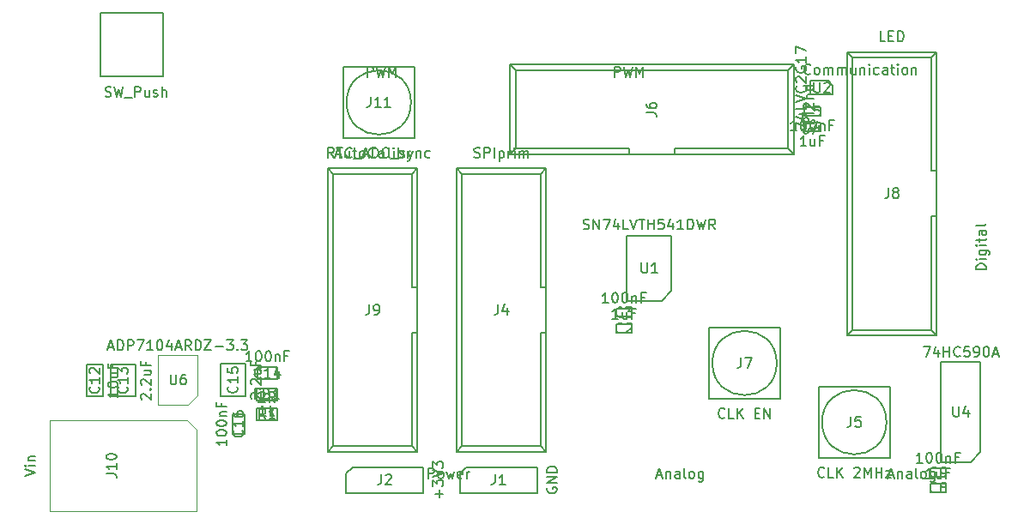
<source format=gbr>
%TF.GenerationSoftware,KiCad,Pcbnew,(5.1.2)-1*%
%TF.CreationDate,2020-09-11T17:40:03+02:00*%
%TF.ProjectId,ArduinoShield_SPIlinedriver_Sync_2V0,41726475-696e-46f5-9368-69656c645f53,3.1*%
%TF.SameCoordinates,Original*%
%TF.FileFunction,Other,Fab,Top*%
%FSLAX46Y46*%
G04 Gerber Fmt 4.6, Leading zero omitted, Abs format (unit mm)*
G04 Created by KiCad (PCBNEW (5.1.2)-1) date 2020-09-11 17:40:03*
%MOMM*%
%LPD*%
G04 APERTURE LIST*
%ADD10C,0.100000*%
%ADD11C,0.150000*%
G04 APERTURE END LIST*
D10*
X100903200Y-109495200D02*
X114403200Y-109495200D01*
X100903200Y-118495200D02*
X100903200Y-109495200D01*
X115403200Y-118495200D02*
X100903200Y-118495200D01*
X115403200Y-118495200D02*
X115403200Y-110495200D01*
X114403200Y-109495200D02*
X115403200Y-110495200D01*
D11*
X112066000Y-69340800D02*
X105866000Y-69340800D01*
X112066000Y-75540800D02*
X112066000Y-69340800D01*
X105866000Y-75540800D02*
X112066000Y-75540800D01*
X105866000Y-69340800D02*
X105866000Y-75540800D01*
X162220000Y-96788800D02*
X161220000Y-97788800D01*
X162220000Y-91288800D02*
X162220000Y-96788800D01*
X157820000Y-91288800D02*
X162220000Y-91288800D01*
X157820000Y-97788800D02*
X157820000Y-91288800D01*
X161220000Y-97788800D02*
X157820000Y-97788800D01*
X183413400Y-109728000D02*
G75*
G03X183413400Y-109728000I-3175000J0D01*
G01*
X176738400Y-106228000D02*
X183738400Y-106228000D01*
X176738400Y-106228000D02*
X176738400Y-113228000D01*
X176738400Y-113228000D02*
X183738400Y-113228000D01*
X183738400Y-106228000D02*
X183738400Y-113228000D01*
X172918000Y-100386000D02*
X172918000Y-107386000D01*
X165918000Y-107386000D02*
X172918000Y-107386000D01*
X165918000Y-100386000D02*
X165918000Y-107386000D01*
X165918000Y-100386000D02*
X172918000Y-100386000D01*
X172593000Y-103886000D02*
G75*
G03X172593000Y-103886000I-3175000J0D01*
G01*
X191729000Y-113662000D02*
X188804000Y-113662000D01*
X188804000Y-113662000D02*
X188804000Y-103762000D01*
X188804000Y-103762000D02*
X192704000Y-103762000D01*
X192704000Y-103762000D02*
X192704000Y-112687000D01*
X192704000Y-112687000D02*
X191729000Y-113662000D01*
X141338300Y-116700300D02*
X141338300Y-114795300D01*
X141338300Y-114795300D02*
X141973300Y-114160300D01*
X141973300Y-114160300D02*
X148958300Y-114160300D01*
X148958300Y-114160300D02*
X148958300Y-116700300D01*
X148958300Y-116700300D02*
X141338300Y-116700300D01*
X137731500Y-116700300D02*
X130111500Y-116700300D01*
X137731500Y-114160300D02*
X137731500Y-116700300D01*
X130746500Y-114160300D02*
X137731500Y-114160300D01*
X130111500Y-114795300D02*
X130746500Y-114160300D01*
X130111500Y-116700300D02*
X130111500Y-114795300D01*
X158330800Y-98507600D02*
X158330800Y-99307600D01*
X158330800Y-99307600D02*
X156730800Y-99307600D01*
X156730800Y-99307600D02*
X156730800Y-98507600D01*
X156730800Y-98507600D02*
X158330800Y-98507600D01*
X175298200Y-79457500D02*
X175298200Y-78657500D01*
X175298200Y-78657500D02*
X176898200Y-78657500D01*
X176898200Y-78657500D02*
X176898200Y-79457500D01*
X176898200Y-79457500D02*
X175298200Y-79457500D01*
X156730800Y-100082400D02*
X158330800Y-100082400D01*
X156730800Y-100882400D02*
X156730800Y-100082400D01*
X158330800Y-100882400D02*
X156730800Y-100882400D01*
X158330800Y-100082400D02*
X158330800Y-100882400D01*
X189318800Y-114306400D02*
X189318800Y-115106400D01*
X189318800Y-115106400D02*
X187718800Y-115106400D01*
X187718800Y-115106400D02*
X187718800Y-114306400D01*
X187718800Y-114306400D02*
X189318800Y-114306400D01*
X175298200Y-80981500D02*
X175298200Y-80181500D01*
X175298200Y-80181500D02*
X176898200Y-80181500D01*
X176898200Y-80181500D02*
X176898200Y-80981500D01*
X176898200Y-80981500D02*
X175298200Y-80981500D01*
X189318800Y-115830400D02*
X189318800Y-116630400D01*
X189318800Y-116630400D02*
X187718800Y-116630400D01*
X187718800Y-116630400D02*
X187718800Y-115830400D01*
X187718800Y-115830400D02*
X189318800Y-115830400D01*
X149865400Y-84663600D02*
X149315400Y-85223600D01*
X149865400Y-112643600D02*
X149315400Y-112103600D01*
X141015400Y-84663600D02*
X141565400Y-85223600D01*
X141015400Y-112643600D02*
X141565400Y-112103600D01*
X141565400Y-85223600D02*
X149315400Y-85223600D01*
X141015400Y-84663600D02*
X149865400Y-84663600D01*
X141565400Y-112103600D02*
X149315400Y-112103600D01*
X141015400Y-112643600D02*
X149865400Y-112643600D01*
X149315400Y-96403600D02*
X149865400Y-96403600D01*
X149315400Y-100903600D02*
X149865400Y-100903600D01*
X149315400Y-96403600D02*
X149315400Y-85223600D01*
X149315400Y-112103600D02*
X149315400Y-100903600D01*
X149865400Y-112643600D02*
X149865400Y-84663600D01*
X141565400Y-112103600D02*
X141565400Y-85223600D01*
X141015400Y-112643600D02*
X141015400Y-84663600D01*
X146284000Y-74416600D02*
X174264000Y-74416600D01*
X146824000Y-74966600D02*
X173704000Y-74966600D01*
X146284000Y-83266600D02*
X174264000Y-83266600D01*
X146824000Y-82716600D02*
X158024000Y-82716600D01*
X162524000Y-82716600D02*
X173704000Y-82716600D01*
X158024000Y-82716600D02*
X158024000Y-83266600D01*
X162524000Y-82716600D02*
X162524000Y-83266600D01*
X146284000Y-74416600D02*
X146284000Y-83266600D01*
X146824000Y-74966600D02*
X146824000Y-82716600D01*
X174264000Y-74416600D02*
X174264000Y-83266600D01*
X173704000Y-74966600D02*
X173704000Y-82716600D01*
X146284000Y-74416600D02*
X146824000Y-74966600D01*
X174264000Y-74416600D02*
X173704000Y-74966600D01*
X146284000Y-83266600D02*
X146824000Y-82716600D01*
X174264000Y-83266600D02*
X173704000Y-82716600D01*
X178138000Y-76545700D02*
X177638000Y-76045700D01*
X175938000Y-77395700D02*
X175938000Y-76045700D01*
X178138000Y-77395700D02*
X175938000Y-77395700D01*
X177638000Y-76045700D02*
X175938000Y-76045700D01*
X178138000Y-77395700D02*
X178138000Y-76545700D01*
X106133800Y-107197500D02*
X104533800Y-107197500D01*
X104533800Y-107197500D02*
X104533800Y-103997500D01*
X104533800Y-103997500D02*
X106133800Y-103997500D01*
X106133800Y-103997500D02*
X106133800Y-107197500D01*
X109377800Y-104000500D02*
X109377800Y-107200500D01*
X106877800Y-104000500D02*
X109377800Y-104000500D01*
X106877800Y-107200500D02*
X106877800Y-104000500D01*
X109377800Y-107200500D02*
X106877800Y-107200500D01*
X121351800Y-104302000D02*
X123351800Y-104302000D01*
X121351800Y-105502000D02*
X121351800Y-104302000D01*
X123351800Y-105502000D02*
X121351800Y-105502000D01*
X123351800Y-104302000D02*
X123351800Y-105502000D01*
X120223600Y-107146700D02*
X117723600Y-107146700D01*
X117723600Y-107146700D02*
X117723600Y-103946700D01*
X117723600Y-103946700D02*
X120223600Y-103946700D01*
X120223600Y-103946700D02*
X120223600Y-107146700D01*
X118919700Y-108905800D02*
X120119700Y-108905800D01*
X120119700Y-108905800D02*
X120119700Y-110905800D01*
X120119700Y-110905800D02*
X118919700Y-110905800D01*
X118919700Y-110905800D02*
X118919700Y-108905800D01*
X121301000Y-107572100D02*
X121301000Y-106372100D01*
X121301000Y-106372100D02*
X123301000Y-106372100D01*
X123301000Y-106372100D02*
X123301000Y-107572100D01*
X123301000Y-107572100D02*
X121301000Y-107572100D01*
X179521800Y-101150100D02*
X179521800Y-73170100D01*
X180071800Y-100610100D02*
X180071800Y-73730100D01*
X188371800Y-101150100D02*
X188371800Y-73170100D01*
X187821800Y-100610100D02*
X187821800Y-89410100D01*
X187821800Y-84910100D02*
X187821800Y-73730100D01*
X187821800Y-89410100D02*
X188371800Y-89410100D01*
X187821800Y-84910100D02*
X188371800Y-84910100D01*
X179521800Y-101150100D02*
X188371800Y-101150100D01*
X180071800Y-100610100D02*
X187821800Y-100610100D01*
X179521800Y-73170100D02*
X188371800Y-73170100D01*
X180071800Y-73730100D02*
X187821800Y-73730100D01*
X179521800Y-101150100D02*
X180071800Y-100610100D01*
X179521800Y-73170100D02*
X180071800Y-73730100D01*
X188371800Y-101150100D02*
X187821800Y-100610100D01*
X188371800Y-73170100D02*
X187821800Y-73730100D01*
X137165400Y-84663600D02*
X136615400Y-85223600D01*
X137165400Y-112643600D02*
X136615400Y-112103600D01*
X128315400Y-84663600D02*
X128865400Y-85223600D01*
X128315400Y-112643600D02*
X128865400Y-112103600D01*
X128865400Y-85223600D02*
X136615400Y-85223600D01*
X128315400Y-84663600D02*
X137165400Y-84663600D01*
X128865400Y-112103600D02*
X136615400Y-112103600D01*
X128315400Y-112643600D02*
X137165400Y-112643600D01*
X136615400Y-96403600D02*
X137165400Y-96403600D01*
X136615400Y-100903600D02*
X137165400Y-100903600D01*
X136615400Y-96403600D02*
X136615400Y-85223600D01*
X136615400Y-112103600D02*
X136615400Y-100903600D01*
X137165400Y-112643600D02*
X137165400Y-84663600D01*
X128865400Y-112103600D02*
X128865400Y-85223600D01*
X128315400Y-112643600D02*
X128315400Y-84663600D01*
X123313700Y-108340600D02*
X123313700Y-109540600D01*
X123313700Y-109540600D02*
X121313700Y-109540600D01*
X121313700Y-109540600D02*
X121313700Y-108340600D01*
X121313700Y-108340600D02*
X123313700Y-108340600D01*
X136512300Y-78155800D02*
G75*
G03X136512300Y-78155800I-3175000J0D01*
G01*
X129837300Y-74655800D02*
X136837300Y-74655800D01*
X129837300Y-74655800D02*
X129837300Y-81655800D01*
X129837300Y-81655800D02*
X136837300Y-81655800D01*
X136837300Y-74655800D02*
X136837300Y-81655800D01*
D10*
X114513000Y-108012400D02*
X111588000Y-108012400D01*
X111588000Y-108012400D02*
X111588000Y-103112400D01*
X111588000Y-103112400D02*
X115488000Y-103112400D01*
X115488000Y-103112400D02*
X115488000Y-107037400D01*
X115488000Y-107037400D02*
X114513000Y-108012400D01*
D11*
X98455580Y-115019009D02*
X99455580Y-114685676D01*
X98455580Y-114352342D01*
X99455580Y-114019009D02*
X98788914Y-114019009D01*
X98455580Y-114019009D02*
X98503200Y-114066628D01*
X98550819Y-114019009D01*
X98503200Y-113971390D01*
X98455580Y-114019009D01*
X98550819Y-114019009D01*
X98788914Y-113542819D02*
X99455580Y-113542819D01*
X98884152Y-113542819D02*
X98836533Y-113495200D01*
X98788914Y-113399961D01*
X98788914Y-113257104D01*
X98836533Y-113161866D01*
X98931771Y-113114247D01*
X99455580Y-113114247D01*
X106455580Y-114804723D02*
X107169866Y-114804723D01*
X107312723Y-114852342D01*
X107407961Y-114947580D01*
X107455580Y-115090438D01*
X107455580Y-115185676D01*
X107455580Y-113804723D02*
X107455580Y-114376152D01*
X107455580Y-114090438D02*
X106455580Y-114090438D01*
X106598438Y-114185676D01*
X106693676Y-114280914D01*
X106741295Y-114376152D01*
X106455580Y-113185676D02*
X106455580Y-113090438D01*
X106503200Y-112995200D01*
X106550819Y-112947580D01*
X106646057Y-112899961D01*
X106836533Y-112852342D01*
X107074628Y-112852342D01*
X107265104Y-112899961D01*
X107360342Y-112947580D01*
X107407961Y-112995200D01*
X107455580Y-113090438D01*
X107455580Y-113185676D01*
X107407961Y-113280914D01*
X107360342Y-113328533D01*
X107265104Y-113376152D01*
X107074628Y-113423771D01*
X106836533Y-113423771D01*
X106646057Y-113376152D01*
X106550819Y-113328533D01*
X106503200Y-113280914D01*
X106455580Y-113185676D01*
X106353976Y-77545561D02*
X106496833Y-77593180D01*
X106734928Y-77593180D01*
X106830166Y-77545561D01*
X106877785Y-77497942D01*
X106925404Y-77402704D01*
X106925404Y-77307466D01*
X106877785Y-77212228D01*
X106830166Y-77164609D01*
X106734928Y-77116990D01*
X106544452Y-77069371D01*
X106449214Y-77021752D01*
X106401595Y-76974133D01*
X106353976Y-76878895D01*
X106353976Y-76783657D01*
X106401595Y-76688419D01*
X106449214Y-76640800D01*
X106544452Y-76593180D01*
X106782547Y-76593180D01*
X106925404Y-76640800D01*
X107258738Y-76593180D02*
X107496833Y-77593180D01*
X107687309Y-76878895D01*
X107877785Y-77593180D01*
X108115880Y-76593180D01*
X108258738Y-77688419D02*
X109020642Y-77688419D01*
X109258738Y-77593180D02*
X109258738Y-76593180D01*
X109639690Y-76593180D01*
X109734928Y-76640800D01*
X109782547Y-76688419D01*
X109830166Y-76783657D01*
X109830166Y-76926514D01*
X109782547Y-77021752D01*
X109734928Y-77069371D01*
X109639690Y-77116990D01*
X109258738Y-77116990D01*
X110687309Y-76926514D02*
X110687309Y-77593180D01*
X110258738Y-76926514D02*
X110258738Y-77450323D01*
X110306357Y-77545561D01*
X110401595Y-77593180D01*
X110544452Y-77593180D01*
X110639690Y-77545561D01*
X110687309Y-77497942D01*
X111115880Y-77545561D02*
X111211119Y-77593180D01*
X111401595Y-77593180D01*
X111496833Y-77545561D01*
X111544452Y-77450323D01*
X111544452Y-77402704D01*
X111496833Y-77307466D01*
X111401595Y-77259847D01*
X111258738Y-77259847D01*
X111163500Y-77212228D01*
X111115880Y-77116990D01*
X111115880Y-77069371D01*
X111163500Y-76974133D01*
X111258738Y-76926514D01*
X111401595Y-76926514D01*
X111496833Y-76974133D01*
X111973023Y-77593180D02*
X111973023Y-76593180D01*
X112401595Y-77593180D02*
X112401595Y-77069371D01*
X112353976Y-76974133D01*
X112258738Y-76926514D01*
X112115880Y-76926514D01*
X112020642Y-76974133D01*
X111973023Y-77021752D01*
X153520000Y-90643561D02*
X153662857Y-90691180D01*
X153900952Y-90691180D01*
X153996190Y-90643561D01*
X154043809Y-90595942D01*
X154091428Y-90500704D01*
X154091428Y-90405466D01*
X154043809Y-90310228D01*
X153996190Y-90262609D01*
X153900952Y-90214990D01*
X153710476Y-90167371D01*
X153615238Y-90119752D01*
X153567619Y-90072133D01*
X153520000Y-89976895D01*
X153520000Y-89881657D01*
X153567619Y-89786419D01*
X153615238Y-89738800D01*
X153710476Y-89691180D01*
X153948571Y-89691180D01*
X154091428Y-89738800D01*
X154520000Y-90691180D02*
X154520000Y-89691180D01*
X155091428Y-90691180D01*
X155091428Y-89691180D01*
X155472380Y-89691180D02*
X156139047Y-89691180D01*
X155710476Y-90691180D01*
X156948571Y-90024514D02*
X156948571Y-90691180D01*
X156710476Y-89643561D02*
X156472380Y-90357847D01*
X157091428Y-90357847D01*
X157948571Y-90691180D02*
X157472380Y-90691180D01*
X157472380Y-89691180D01*
X158139047Y-89691180D02*
X158472380Y-90691180D01*
X158805714Y-89691180D01*
X158996190Y-89691180D02*
X159567619Y-89691180D01*
X159281904Y-90691180D02*
X159281904Y-89691180D01*
X159900952Y-90691180D02*
X159900952Y-89691180D01*
X159900952Y-90167371D02*
X160472380Y-90167371D01*
X160472380Y-90691180D02*
X160472380Y-89691180D01*
X161424761Y-89691180D02*
X160948571Y-89691180D01*
X160900952Y-90167371D01*
X160948571Y-90119752D01*
X161043809Y-90072133D01*
X161281904Y-90072133D01*
X161377142Y-90119752D01*
X161424761Y-90167371D01*
X161472380Y-90262609D01*
X161472380Y-90500704D01*
X161424761Y-90595942D01*
X161377142Y-90643561D01*
X161281904Y-90691180D01*
X161043809Y-90691180D01*
X160948571Y-90643561D01*
X160900952Y-90595942D01*
X162329523Y-90024514D02*
X162329523Y-90691180D01*
X162091428Y-89643561D02*
X161853333Y-90357847D01*
X162472380Y-90357847D01*
X163377142Y-90691180D02*
X162805714Y-90691180D01*
X163091428Y-90691180D02*
X163091428Y-89691180D01*
X162996190Y-89834038D01*
X162900952Y-89929276D01*
X162805714Y-89976895D01*
X163805714Y-90691180D02*
X163805714Y-89691180D01*
X164043809Y-89691180D01*
X164186666Y-89738800D01*
X164281904Y-89834038D01*
X164329523Y-89929276D01*
X164377142Y-90119752D01*
X164377142Y-90262609D01*
X164329523Y-90453085D01*
X164281904Y-90548323D01*
X164186666Y-90643561D01*
X164043809Y-90691180D01*
X163805714Y-90691180D01*
X164710476Y-89691180D02*
X164948571Y-90691180D01*
X165139047Y-89976895D01*
X165329523Y-90691180D01*
X165567619Y-89691180D01*
X166520000Y-90691180D02*
X166186666Y-90214990D01*
X165948571Y-90691180D02*
X165948571Y-89691180D01*
X166329523Y-89691180D01*
X166424761Y-89738800D01*
X166472380Y-89786419D01*
X166520000Y-89881657D01*
X166520000Y-90024514D01*
X166472380Y-90119752D01*
X166424761Y-90167371D01*
X166329523Y-90214990D01*
X165948571Y-90214990D01*
X159258095Y-93991180D02*
X159258095Y-94800704D01*
X159305714Y-94895942D01*
X159353333Y-94943561D01*
X159448571Y-94991180D01*
X159639047Y-94991180D01*
X159734285Y-94943561D01*
X159781904Y-94895942D01*
X159829523Y-94800704D01*
X159829523Y-93991180D01*
X160829523Y-94991180D02*
X160258095Y-94991180D01*
X160543809Y-94991180D02*
X160543809Y-93991180D01*
X160448571Y-94134038D01*
X160353333Y-94229276D01*
X160258095Y-94276895D01*
X193238380Y-94646476D02*
X192238380Y-94646476D01*
X192238380Y-94408380D01*
X192286000Y-94265523D01*
X192381238Y-94170285D01*
X192476476Y-94122666D01*
X192666952Y-94075047D01*
X192809809Y-94075047D01*
X193000285Y-94122666D01*
X193095523Y-94170285D01*
X193190761Y-94265523D01*
X193238380Y-94408380D01*
X193238380Y-94646476D01*
X193238380Y-93646476D02*
X192571714Y-93646476D01*
X192238380Y-93646476D02*
X192286000Y-93694095D01*
X192333619Y-93646476D01*
X192286000Y-93598857D01*
X192238380Y-93646476D01*
X192333619Y-93646476D01*
X192571714Y-92741714D02*
X193381238Y-92741714D01*
X193476476Y-92789333D01*
X193524095Y-92836952D01*
X193571714Y-92932190D01*
X193571714Y-93075047D01*
X193524095Y-93170285D01*
X193190761Y-92741714D02*
X193238380Y-92836952D01*
X193238380Y-93027428D01*
X193190761Y-93122666D01*
X193143142Y-93170285D01*
X193047904Y-93217904D01*
X192762190Y-93217904D01*
X192666952Y-93170285D01*
X192619333Y-93122666D01*
X192571714Y-93027428D01*
X192571714Y-92836952D01*
X192619333Y-92741714D01*
X193238380Y-92265523D02*
X192571714Y-92265523D01*
X192238380Y-92265523D02*
X192286000Y-92313142D01*
X192333619Y-92265523D01*
X192286000Y-92217904D01*
X192238380Y-92265523D01*
X192333619Y-92265523D01*
X192571714Y-91932190D02*
X192571714Y-91551238D01*
X192238380Y-91789333D02*
X193095523Y-91789333D01*
X193190761Y-91741714D01*
X193238380Y-91646476D01*
X193238380Y-91551238D01*
X193238380Y-90789333D02*
X192714571Y-90789333D01*
X192619333Y-90836952D01*
X192571714Y-90932190D01*
X192571714Y-91122666D01*
X192619333Y-91217904D01*
X193190761Y-90789333D02*
X193238380Y-90884571D01*
X193238380Y-91122666D01*
X193190761Y-91217904D01*
X193095523Y-91265523D01*
X193000285Y-91265523D01*
X192905047Y-91217904D01*
X192857428Y-91122666D01*
X192857428Y-90884571D01*
X192809809Y-90789333D01*
X193238380Y-90170285D02*
X193190761Y-90265523D01*
X193095523Y-90313142D01*
X192238380Y-90313142D01*
X138231809Y-115260380D02*
X138231809Y-114260380D01*
X138612761Y-114260380D01*
X138708000Y-114308000D01*
X138755619Y-114355619D01*
X138803238Y-114450857D01*
X138803238Y-114593714D01*
X138755619Y-114688952D01*
X138708000Y-114736571D01*
X138612761Y-114784190D01*
X138231809Y-114784190D01*
X139374666Y-115260380D02*
X139279428Y-115212761D01*
X139231809Y-115165142D01*
X139184190Y-115069904D01*
X139184190Y-114784190D01*
X139231809Y-114688952D01*
X139279428Y-114641333D01*
X139374666Y-114593714D01*
X139517523Y-114593714D01*
X139612761Y-114641333D01*
X139660380Y-114688952D01*
X139708000Y-114784190D01*
X139708000Y-115069904D01*
X139660380Y-115165142D01*
X139612761Y-115212761D01*
X139517523Y-115260380D01*
X139374666Y-115260380D01*
X140041333Y-114593714D02*
X140231809Y-115260380D01*
X140422285Y-114784190D01*
X140612761Y-115260380D01*
X140803238Y-114593714D01*
X141565142Y-115212761D02*
X141469904Y-115260380D01*
X141279428Y-115260380D01*
X141184190Y-115212761D01*
X141136571Y-115117523D01*
X141136571Y-114736571D01*
X141184190Y-114641333D01*
X141279428Y-114593714D01*
X141469904Y-114593714D01*
X141565142Y-114641333D01*
X141612761Y-114736571D01*
X141612761Y-114831809D01*
X141136571Y-114927047D01*
X142041333Y-115260380D02*
X142041333Y-114593714D01*
X142041333Y-114784190D02*
X142088952Y-114688952D01*
X142136571Y-114641333D01*
X142231809Y-114593714D01*
X142327047Y-114593714D01*
X160758476Y-114974666D02*
X161234666Y-114974666D01*
X160663238Y-115260380D02*
X160996571Y-114260380D01*
X161329904Y-115260380D01*
X161663238Y-114593714D02*
X161663238Y-115260380D01*
X161663238Y-114688952D02*
X161710857Y-114641333D01*
X161806095Y-114593714D01*
X161948952Y-114593714D01*
X162044190Y-114641333D01*
X162091809Y-114736571D01*
X162091809Y-115260380D01*
X162996571Y-115260380D02*
X162996571Y-114736571D01*
X162948952Y-114641333D01*
X162853714Y-114593714D01*
X162663238Y-114593714D01*
X162568000Y-114641333D01*
X162996571Y-115212761D02*
X162901333Y-115260380D01*
X162663238Y-115260380D01*
X162568000Y-115212761D01*
X162520380Y-115117523D01*
X162520380Y-115022285D01*
X162568000Y-114927047D01*
X162663238Y-114879428D01*
X162901333Y-114879428D01*
X162996571Y-114831809D01*
X163615619Y-115260380D02*
X163520380Y-115212761D01*
X163472761Y-115117523D01*
X163472761Y-114260380D01*
X164139428Y-115260380D02*
X164044190Y-115212761D01*
X163996571Y-115165142D01*
X163948952Y-115069904D01*
X163948952Y-114784190D01*
X163996571Y-114688952D01*
X164044190Y-114641333D01*
X164139428Y-114593714D01*
X164282285Y-114593714D01*
X164377523Y-114641333D01*
X164425142Y-114688952D01*
X164472761Y-114784190D01*
X164472761Y-115069904D01*
X164425142Y-115165142D01*
X164377523Y-115212761D01*
X164282285Y-115260380D01*
X164139428Y-115260380D01*
X165329904Y-114593714D02*
X165329904Y-115403238D01*
X165282285Y-115498476D01*
X165234666Y-115546095D01*
X165139428Y-115593714D01*
X164996571Y-115593714D01*
X164901333Y-115546095D01*
X165329904Y-115212761D02*
X165234666Y-115260380D01*
X165044190Y-115260380D01*
X164948952Y-115212761D01*
X164901333Y-115165142D01*
X164853714Y-115069904D01*
X164853714Y-114784190D01*
X164901333Y-114688952D01*
X164948952Y-114641333D01*
X165044190Y-114593714D01*
X165234666Y-114593714D01*
X165329904Y-114641333D01*
X183618476Y-114974666D02*
X184094666Y-114974666D01*
X183523238Y-115260380D02*
X183856571Y-114260380D01*
X184189904Y-115260380D01*
X184523238Y-114593714D02*
X184523238Y-115260380D01*
X184523238Y-114688952D02*
X184570857Y-114641333D01*
X184666095Y-114593714D01*
X184808952Y-114593714D01*
X184904190Y-114641333D01*
X184951809Y-114736571D01*
X184951809Y-115260380D01*
X185856571Y-115260380D02*
X185856571Y-114736571D01*
X185808952Y-114641333D01*
X185713714Y-114593714D01*
X185523238Y-114593714D01*
X185428000Y-114641333D01*
X185856571Y-115212761D02*
X185761333Y-115260380D01*
X185523238Y-115260380D01*
X185428000Y-115212761D01*
X185380380Y-115117523D01*
X185380380Y-115022285D01*
X185428000Y-114927047D01*
X185523238Y-114879428D01*
X185761333Y-114879428D01*
X185856571Y-114831809D01*
X186475619Y-115260380D02*
X186380380Y-115212761D01*
X186332761Y-115117523D01*
X186332761Y-114260380D01*
X186999428Y-115260380D02*
X186904190Y-115212761D01*
X186856571Y-115165142D01*
X186808952Y-115069904D01*
X186808952Y-114784190D01*
X186856571Y-114688952D01*
X186904190Y-114641333D01*
X186999428Y-114593714D01*
X187142285Y-114593714D01*
X187237523Y-114641333D01*
X187285142Y-114688952D01*
X187332761Y-114784190D01*
X187332761Y-115069904D01*
X187285142Y-115165142D01*
X187237523Y-115212761D01*
X187142285Y-115260380D01*
X186999428Y-115260380D01*
X188189904Y-114593714D02*
X188189904Y-115403238D01*
X188142285Y-115498476D01*
X188094666Y-115546095D01*
X187999428Y-115593714D01*
X187856571Y-115593714D01*
X187761333Y-115546095D01*
X188189904Y-115212761D02*
X188094666Y-115260380D01*
X187904190Y-115260380D01*
X187808952Y-115212761D01*
X187761333Y-115165142D01*
X187713714Y-115069904D01*
X187713714Y-114784190D01*
X187761333Y-114688952D01*
X187808952Y-114641333D01*
X187904190Y-114593714D01*
X188094666Y-114593714D01*
X188189904Y-114641333D01*
X132199238Y-75636380D02*
X132199238Y-74636380D01*
X132580190Y-74636380D01*
X132675428Y-74684000D01*
X132723047Y-74731619D01*
X132770666Y-74826857D01*
X132770666Y-74969714D01*
X132723047Y-75064952D01*
X132675428Y-75112571D01*
X132580190Y-75160190D01*
X132199238Y-75160190D01*
X133104000Y-74636380D02*
X133342095Y-75636380D01*
X133532571Y-74922095D01*
X133723047Y-75636380D01*
X133961142Y-74636380D01*
X134342095Y-75636380D02*
X134342095Y-74636380D01*
X134675428Y-75350666D01*
X135008761Y-74636380D01*
X135008761Y-75636380D01*
X156583238Y-75636380D02*
X156583238Y-74636380D01*
X156964190Y-74636380D01*
X157059428Y-74684000D01*
X157107047Y-74731619D01*
X157154666Y-74826857D01*
X157154666Y-74969714D01*
X157107047Y-75064952D01*
X157059428Y-75112571D01*
X156964190Y-75160190D01*
X156583238Y-75160190D01*
X157488000Y-74636380D02*
X157726095Y-75636380D01*
X157916571Y-74922095D01*
X158107047Y-75636380D01*
X158345142Y-74636380D01*
X158726095Y-75636380D02*
X158726095Y-74636380D01*
X159059428Y-75350666D01*
X159392761Y-74636380D01*
X159392761Y-75636380D01*
X175919428Y-75287142D02*
X175871809Y-75334761D01*
X175728952Y-75382380D01*
X175633714Y-75382380D01*
X175490857Y-75334761D01*
X175395619Y-75239523D01*
X175348000Y-75144285D01*
X175300380Y-74953809D01*
X175300380Y-74810952D01*
X175348000Y-74620476D01*
X175395619Y-74525238D01*
X175490857Y-74430000D01*
X175633714Y-74382380D01*
X175728952Y-74382380D01*
X175871809Y-74430000D01*
X175919428Y-74477619D01*
X176490857Y-75382380D02*
X176395619Y-75334761D01*
X176348000Y-75287142D01*
X176300380Y-75191904D01*
X176300380Y-74906190D01*
X176348000Y-74810952D01*
X176395619Y-74763333D01*
X176490857Y-74715714D01*
X176633714Y-74715714D01*
X176728952Y-74763333D01*
X176776571Y-74810952D01*
X176824190Y-74906190D01*
X176824190Y-75191904D01*
X176776571Y-75287142D01*
X176728952Y-75334761D01*
X176633714Y-75382380D01*
X176490857Y-75382380D01*
X177252761Y-75382380D02*
X177252761Y-74715714D01*
X177252761Y-74810952D02*
X177300380Y-74763333D01*
X177395619Y-74715714D01*
X177538476Y-74715714D01*
X177633714Y-74763333D01*
X177681333Y-74858571D01*
X177681333Y-75382380D01*
X177681333Y-74858571D02*
X177728952Y-74763333D01*
X177824190Y-74715714D01*
X177967047Y-74715714D01*
X178062285Y-74763333D01*
X178109904Y-74858571D01*
X178109904Y-75382380D01*
X178586095Y-75382380D02*
X178586095Y-74715714D01*
X178586095Y-74810952D02*
X178633714Y-74763333D01*
X178728952Y-74715714D01*
X178871809Y-74715714D01*
X178967047Y-74763333D01*
X179014666Y-74858571D01*
X179014666Y-75382380D01*
X179014666Y-74858571D02*
X179062285Y-74763333D01*
X179157523Y-74715714D01*
X179300380Y-74715714D01*
X179395619Y-74763333D01*
X179443238Y-74858571D01*
X179443238Y-75382380D01*
X180348000Y-74715714D02*
X180348000Y-75382380D01*
X179919428Y-74715714D02*
X179919428Y-75239523D01*
X179967047Y-75334761D01*
X180062285Y-75382380D01*
X180205142Y-75382380D01*
X180300380Y-75334761D01*
X180348000Y-75287142D01*
X180824190Y-74715714D02*
X180824190Y-75382380D01*
X180824190Y-74810952D02*
X180871809Y-74763333D01*
X180967047Y-74715714D01*
X181109904Y-74715714D01*
X181205142Y-74763333D01*
X181252761Y-74858571D01*
X181252761Y-75382380D01*
X181728952Y-75382380D02*
X181728952Y-74715714D01*
X181728952Y-74382380D02*
X181681333Y-74430000D01*
X181728952Y-74477619D01*
X181776571Y-74430000D01*
X181728952Y-74382380D01*
X181728952Y-74477619D01*
X182633714Y-75334761D02*
X182538476Y-75382380D01*
X182348000Y-75382380D01*
X182252761Y-75334761D01*
X182205142Y-75287142D01*
X182157523Y-75191904D01*
X182157523Y-74906190D01*
X182205142Y-74810952D01*
X182252761Y-74763333D01*
X182348000Y-74715714D01*
X182538476Y-74715714D01*
X182633714Y-74763333D01*
X183490857Y-75382380D02*
X183490857Y-74858571D01*
X183443238Y-74763333D01*
X183348000Y-74715714D01*
X183157523Y-74715714D01*
X183062285Y-74763333D01*
X183490857Y-75334761D02*
X183395619Y-75382380D01*
X183157523Y-75382380D01*
X183062285Y-75334761D01*
X183014666Y-75239523D01*
X183014666Y-75144285D01*
X183062285Y-75049047D01*
X183157523Y-75001428D01*
X183395619Y-75001428D01*
X183490857Y-74953809D01*
X183824190Y-74715714D02*
X184205142Y-74715714D01*
X183967047Y-74382380D02*
X183967047Y-75239523D01*
X184014666Y-75334761D01*
X184109904Y-75382380D01*
X184205142Y-75382380D01*
X184538476Y-75382380D02*
X184538476Y-74715714D01*
X184538476Y-74382380D02*
X184490857Y-74430000D01*
X184538476Y-74477619D01*
X184586095Y-74430000D01*
X184538476Y-74382380D01*
X184538476Y-74477619D01*
X185157523Y-75382380D02*
X185062285Y-75334761D01*
X185014666Y-75287142D01*
X184967047Y-75191904D01*
X184967047Y-74906190D01*
X185014666Y-74810952D01*
X185062285Y-74763333D01*
X185157523Y-74715714D01*
X185300380Y-74715714D01*
X185395619Y-74763333D01*
X185443238Y-74810952D01*
X185490857Y-74906190D01*
X185490857Y-75191904D01*
X185443238Y-75287142D01*
X185395619Y-75334761D01*
X185300380Y-75382380D01*
X185157523Y-75382380D01*
X185919428Y-74715714D02*
X185919428Y-75382380D01*
X185919428Y-74810952D02*
X185967047Y-74763333D01*
X186062285Y-74715714D01*
X186205142Y-74715714D01*
X186300380Y-74763333D01*
X186348000Y-74858571D01*
X186348000Y-75382380D01*
X177286019Y-115085142D02*
X177238400Y-115132761D01*
X177095542Y-115180380D01*
X177000304Y-115180380D01*
X176857447Y-115132761D01*
X176762209Y-115037523D01*
X176714590Y-114942285D01*
X176666971Y-114751809D01*
X176666971Y-114608952D01*
X176714590Y-114418476D01*
X176762209Y-114323238D01*
X176857447Y-114228000D01*
X177000304Y-114180380D01*
X177095542Y-114180380D01*
X177238400Y-114228000D01*
X177286019Y-114275619D01*
X178190780Y-115180380D02*
X177714590Y-115180380D01*
X177714590Y-114180380D01*
X178524114Y-115180380D02*
X178524114Y-114180380D01*
X179095542Y-115180380D02*
X178666971Y-114608952D01*
X179095542Y-114180380D02*
X178524114Y-114751809D01*
X180238400Y-114275619D02*
X180286019Y-114228000D01*
X180381257Y-114180380D01*
X180619352Y-114180380D01*
X180714590Y-114228000D01*
X180762209Y-114275619D01*
X180809828Y-114370857D01*
X180809828Y-114466095D01*
X180762209Y-114608952D01*
X180190780Y-115180380D01*
X180809828Y-115180380D01*
X181238400Y-115180380D02*
X181238400Y-114180380D01*
X181571733Y-114894666D01*
X181905066Y-114180380D01*
X181905066Y-115180380D01*
X182381257Y-115180380D02*
X182381257Y-114180380D01*
X182381257Y-114656571D02*
X182952685Y-114656571D01*
X182952685Y-115180380D02*
X182952685Y-114180380D01*
X183333638Y-114513714D02*
X183857447Y-114513714D01*
X183333638Y-115180380D01*
X183857447Y-115180380D01*
X179905066Y-109180380D02*
X179905066Y-109894666D01*
X179857447Y-110037523D01*
X179762209Y-110132761D01*
X179619352Y-110180380D01*
X179524114Y-110180380D01*
X180857447Y-109180380D02*
X180381257Y-109180380D01*
X180333638Y-109656571D01*
X180381257Y-109608952D01*
X180476495Y-109561333D01*
X180714590Y-109561333D01*
X180809828Y-109608952D01*
X180857447Y-109656571D01*
X180905066Y-109751809D01*
X180905066Y-109989904D01*
X180857447Y-110085142D01*
X180809828Y-110132761D01*
X180714590Y-110180380D01*
X180476495Y-110180380D01*
X180381257Y-110132761D01*
X180333638Y-110085142D01*
X167465619Y-109243142D02*
X167418000Y-109290761D01*
X167275142Y-109338380D01*
X167179904Y-109338380D01*
X167037047Y-109290761D01*
X166941809Y-109195523D01*
X166894190Y-109100285D01*
X166846571Y-108909809D01*
X166846571Y-108766952D01*
X166894190Y-108576476D01*
X166941809Y-108481238D01*
X167037047Y-108386000D01*
X167179904Y-108338380D01*
X167275142Y-108338380D01*
X167418000Y-108386000D01*
X167465619Y-108433619D01*
X168370380Y-109338380D02*
X167894190Y-109338380D01*
X167894190Y-108338380D01*
X168703714Y-109338380D02*
X168703714Y-108338380D01*
X169275142Y-109338380D02*
X168846571Y-108766952D01*
X169275142Y-108338380D02*
X168703714Y-108909809D01*
X170465619Y-108814571D02*
X170798952Y-108814571D01*
X170941809Y-109338380D02*
X170465619Y-109338380D01*
X170465619Y-108338380D01*
X170941809Y-108338380D01*
X171370380Y-109338380D02*
X171370380Y-108338380D01*
X171941809Y-109338380D01*
X171941809Y-108338380D01*
X169084666Y-103338380D02*
X169084666Y-104052666D01*
X169037047Y-104195523D01*
X168941809Y-104290761D01*
X168798952Y-104338380D01*
X168703714Y-104338380D01*
X169465619Y-103338380D02*
X170132285Y-103338380D01*
X169703714Y-104338380D01*
X187063523Y-102264380D02*
X187730190Y-102264380D01*
X187301619Y-103264380D01*
X188539714Y-102597714D02*
X188539714Y-103264380D01*
X188301619Y-102216761D02*
X188063523Y-102931047D01*
X188682571Y-102931047D01*
X189063523Y-103264380D02*
X189063523Y-102264380D01*
X189063523Y-102740571D02*
X189634952Y-102740571D01*
X189634952Y-103264380D02*
X189634952Y-102264380D01*
X190682571Y-103169142D02*
X190634952Y-103216761D01*
X190492095Y-103264380D01*
X190396857Y-103264380D01*
X190254000Y-103216761D01*
X190158761Y-103121523D01*
X190111142Y-103026285D01*
X190063523Y-102835809D01*
X190063523Y-102692952D01*
X190111142Y-102502476D01*
X190158761Y-102407238D01*
X190254000Y-102312000D01*
X190396857Y-102264380D01*
X190492095Y-102264380D01*
X190634952Y-102312000D01*
X190682571Y-102359619D01*
X191587333Y-102264380D02*
X191111142Y-102264380D01*
X191063523Y-102740571D01*
X191111142Y-102692952D01*
X191206380Y-102645333D01*
X191444476Y-102645333D01*
X191539714Y-102692952D01*
X191587333Y-102740571D01*
X191634952Y-102835809D01*
X191634952Y-103073904D01*
X191587333Y-103169142D01*
X191539714Y-103216761D01*
X191444476Y-103264380D01*
X191206380Y-103264380D01*
X191111142Y-103216761D01*
X191063523Y-103169142D01*
X192111142Y-103264380D02*
X192301619Y-103264380D01*
X192396857Y-103216761D01*
X192444476Y-103169142D01*
X192539714Y-103026285D01*
X192587333Y-102835809D01*
X192587333Y-102454857D01*
X192539714Y-102359619D01*
X192492095Y-102312000D01*
X192396857Y-102264380D01*
X192206380Y-102264380D01*
X192111142Y-102312000D01*
X192063523Y-102359619D01*
X192015904Y-102454857D01*
X192015904Y-102692952D01*
X192063523Y-102788190D01*
X192111142Y-102835809D01*
X192206380Y-102883428D01*
X192396857Y-102883428D01*
X192492095Y-102835809D01*
X192539714Y-102788190D01*
X192587333Y-102692952D01*
X193206380Y-102264380D02*
X193301619Y-102264380D01*
X193396857Y-102312000D01*
X193444476Y-102359619D01*
X193492095Y-102454857D01*
X193539714Y-102645333D01*
X193539714Y-102883428D01*
X193492095Y-103073904D01*
X193444476Y-103169142D01*
X193396857Y-103216761D01*
X193301619Y-103264380D01*
X193206380Y-103264380D01*
X193111142Y-103216761D01*
X193063523Y-103169142D01*
X193015904Y-103073904D01*
X192968285Y-102883428D01*
X192968285Y-102645333D01*
X193015904Y-102454857D01*
X193063523Y-102359619D01*
X193111142Y-102312000D01*
X193206380Y-102264380D01*
X193920666Y-102978666D02*
X194396857Y-102978666D01*
X193825428Y-103264380D02*
X194158761Y-102264380D01*
X194492095Y-103264380D01*
X189992095Y-108164380D02*
X189992095Y-108973904D01*
X190039714Y-109069142D01*
X190087333Y-109116761D01*
X190182571Y-109164380D01*
X190373047Y-109164380D01*
X190468285Y-109116761D01*
X190515904Y-109069142D01*
X190563523Y-108973904D01*
X190563523Y-108164380D01*
X191468285Y-108497714D02*
X191468285Y-109164380D01*
X191230190Y-108116761D02*
X190992095Y-108831047D01*
X191611142Y-108831047D01*
X149958300Y-116192204D02*
X149910680Y-116287442D01*
X149910680Y-116430300D01*
X149958300Y-116573157D01*
X150053538Y-116668395D01*
X150148776Y-116716014D01*
X150339252Y-116763633D01*
X150482109Y-116763633D01*
X150672585Y-116716014D01*
X150767823Y-116668395D01*
X150863061Y-116573157D01*
X150910680Y-116430300D01*
X150910680Y-116335061D01*
X150863061Y-116192204D01*
X150815442Y-116144585D01*
X150482109Y-116144585D01*
X150482109Y-116335061D01*
X150910680Y-115716014D02*
X149910680Y-115716014D01*
X150910680Y-115144585D01*
X149910680Y-115144585D01*
X150910680Y-114668395D02*
X149910680Y-114668395D01*
X149910680Y-114430300D01*
X149958300Y-114287442D01*
X150053538Y-114192204D01*
X150148776Y-114144585D01*
X150339252Y-114096966D01*
X150482109Y-114096966D01*
X150672585Y-114144585D01*
X150767823Y-114192204D01*
X150863061Y-114287442D01*
X150910680Y-114430300D01*
X150910680Y-114668395D01*
X144814966Y-114882680D02*
X144814966Y-115596966D01*
X144767347Y-115739823D01*
X144672109Y-115835061D01*
X144529252Y-115882680D01*
X144434014Y-115882680D01*
X145814966Y-115882680D02*
X145243538Y-115882680D01*
X145529252Y-115882680D02*
X145529252Y-114882680D01*
X145434014Y-115025538D01*
X145338776Y-115120776D01*
X145243538Y-115168395D01*
X139302928Y-117192204D02*
X139302928Y-116430300D01*
X139683880Y-116811252D02*
X138921976Y-116811252D01*
X138683880Y-116049347D02*
X138683880Y-115430300D01*
X139064833Y-115763633D01*
X139064833Y-115620776D01*
X139112452Y-115525538D01*
X139160071Y-115477919D01*
X139255309Y-115430300D01*
X139493404Y-115430300D01*
X139588642Y-115477919D01*
X139636261Y-115525538D01*
X139683880Y-115620776D01*
X139683880Y-115906490D01*
X139636261Y-116001728D01*
X139588642Y-116049347D01*
X138683880Y-115144585D02*
X139683880Y-114811252D01*
X138683880Y-114477919D01*
X138683880Y-114239823D02*
X138683880Y-113620776D01*
X139064833Y-113954109D01*
X139064833Y-113811252D01*
X139112452Y-113716014D01*
X139160071Y-113668395D01*
X139255309Y-113620776D01*
X139493404Y-113620776D01*
X139588642Y-113668395D01*
X139636261Y-113716014D01*
X139683880Y-113811252D01*
X139683880Y-114096966D01*
X139636261Y-114192204D01*
X139588642Y-114239823D01*
X133588166Y-114882680D02*
X133588166Y-115596966D01*
X133540547Y-115739823D01*
X133445309Y-115835061D01*
X133302452Y-115882680D01*
X133207214Y-115882680D01*
X134016738Y-114977919D02*
X134064357Y-114930300D01*
X134159595Y-114882680D01*
X134397690Y-114882680D01*
X134492928Y-114930300D01*
X134540547Y-114977919D01*
X134588166Y-115073157D01*
X134588166Y-115168395D01*
X134540547Y-115311252D01*
X133969119Y-115882680D01*
X134588166Y-115882680D01*
X155983180Y-97929980D02*
X155411752Y-97929980D01*
X155697466Y-97929980D02*
X155697466Y-96929980D01*
X155602228Y-97072838D01*
X155506990Y-97168076D01*
X155411752Y-97215695D01*
X156602228Y-96929980D02*
X156697466Y-96929980D01*
X156792704Y-96977600D01*
X156840323Y-97025219D01*
X156887942Y-97120457D01*
X156935561Y-97310933D01*
X156935561Y-97549028D01*
X156887942Y-97739504D01*
X156840323Y-97834742D01*
X156792704Y-97882361D01*
X156697466Y-97929980D01*
X156602228Y-97929980D01*
X156506990Y-97882361D01*
X156459371Y-97834742D01*
X156411752Y-97739504D01*
X156364133Y-97549028D01*
X156364133Y-97310933D01*
X156411752Y-97120457D01*
X156459371Y-97025219D01*
X156506990Y-96977600D01*
X156602228Y-96929980D01*
X157554609Y-96929980D02*
X157649847Y-96929980D01*
X157745085Y-96977600D01*
X157792704Y-97025219D01*
X157840323Y-97120457D01*
X157887942Y-97310933D01*
X157887942Y-97549028D01*
X157840323Y-97739504D01*
X157792704Y-97834742D01*
X157745085Y-97882361D01*
X157649847Y-97929980D01*
X157554609Y-97929980D01*
X157459371Y-97882361D01*
X157411752Y-97834742D01*
X157364133Y-97739504D01*
X157316514Y-97549028D01*
X157316514Y-97310933D01*
X157364133Y-97120457D01*
X157411752Y-97025219D01*
X157459371Y-96977600D01*
X157554609Y-96929980D01*
X158316514Y-97263314D02*
X158316514Y-97929980D01*
X158316514Y-97358552D02*
X158364133Y-97310933D01*
X158459371Y-97263314D01*
X158602228Y-97263314D01*
X158697466Y-97310933D01*
X158745085Y-97406171D01*
X158745085Y-97929980D01*
X159554609Y-97406171D02*
X159221276Y-97406171D01*
X159221276Y-97929980D02*
X159221276Y-96929980D01*
X159697466Y-96929980D01*
X157364133Y-99264742D02*
X157316514Y-99312361D01*
X157173657Y-99359980D01*
X157078419Y-99359980D01*
X156935561Y-99312361D01*
X156840323Y-99217123D01*
X156792704Y-99121885D01*
X156745085Y-98931409D01*
X156745085Y-98788552D01*
X156792704Y-98598076D01*
X156840323Y-98502838D01*
X156935561Y-98407600D01*
X157078419Y-98359980D01*
X157173657Y-98359980D01*
X157316514Y-98407600D01*
X157364133Y-98455219D01*
X157697466Y-98359980D02*
X158316514Y-98359980D01*
X157983180Y-98740933D01*
X158126038Y-98740933D01*
X158221276Y-98788552D01*
X158268895Y-98836171D01*
X158316514Y-98931409D01*
X158316514Y-99169504D01*
X158268895Y-99264742D01*
X158221276Y-99312361D01*
X158126038Y-99359980D01*
X157840323Y-99359980D01*
X157745085Y-99312361D01*
X157697466Y-99264742D01*
X174550580Y-80939880D02*
X173979152Y-80939880D01*
X174264866Y-80939880D02*
X174264866Y-79939880D01*
X174169628Y-80082738D01*
X174074390Y-80177976D01*
X173979152Y-80225595D01*
X175169628Y-79939880D02*
X175264866Y-79939880D01*
X175360104Y-79987500D01*
X175407723Y-80035119D01*
X175455342Y-80130357D01*
X175502961Y-80320833D01*
X175502961Y-80558928D01*
X175455342Y-80749404D01*
X175407723Y-80844642D01*
X175360104Y-80892261D01*
X175264866Y-80939880D01*
X175169628Y-80939880D01*
X175074390Y-80892261D01*
X175026771Y-80844642D01*
X174979152Y-80749404D01*
X174931533Y-80558928D01*
X174931533Y-80320833D01*
X174979152Y-80130357D01*
X175026771Y-80035119D01*
X175074390Y-79987500D01*
X175169628Y-79939880D01*
X176122009Y-79939880D02*
X176217247Y-79939880D01*
X176312485Y-79987500D01*
X176360104Y-80035119D01*
X176407723Y-80130357D01*
X176455342Y-80320833D01*
X176455342Y-80558928D01*
X176407723Y-80749404D01*
X176360104Y-80844642D01*
X176312485Y-80892261D01*
X176217247Y-80939880D01*
X176122009Y-80939880D01*
X176026771Y-80892261D01*
X175979152Y-80844642D01*
X175931533Y-80749404D01*
X175883914Y-80558928D01*
X175883914Y-80320833D01*
X175931533Y-80130357D01*
X175979152Y-80035119D01*
X176026771Y-79987500D01*
X176122009Y-79939880D01*
X176883914Y-80273214D02*
X176883914Y-80939880D01*
X176883914Y-80368452D02*
X176931533Y-80320833D01*
X177026771Y-80273214D01*
X177169628Y-80273214D01*
X177264866Y-80320833D01*
X177312485Y-80416071D01*
X177312485Y-80939880D01*
X178122009Y-80416071D02*
X177788676Y-80416071D01*
X177788676Y-80939880D02*
X177788676Y-79939880D01*
X178264866Y-79939880D01*
X175931533Y-79414642D02*
X175883914Y-79462261D01*
X175741057Y-79509880D01*
X175645819Y-79509880D01*
X175502961Y-79462261D01*
X175407723Y-79367023D01*
X175360104Y-79271785D01*
X175312485Y-79081309D01*
X175312485Y-78938452D01*
X175360104Y-78747976D01*
X175407723Y-78652738D01*
X175502961Y-78557500D01*
X175645819Y-78509880D01*
X175741057Y-78509880D01*
X175883914Y-78557500D01*
X175931533Y-78605119D01*
X176836295Y-78509880D02*
X176360104Y-78509880D01*
X176312485Y-78986071D01*
X176360104Y-78938452D01*
X176455342Y-78890833D01*
X176693438Y-78890833D01*
X176788676Y-78938452D01*
X176836295Y-78986071D01*
X176883914Y-79081309D01*
X176883914Y-79319404D01*
X176836295Y-79414642D01*
X176788676Y-79462261D01*
X176693438Y-79509880D01*
X176455342Y-79509880D01*
X176360104Y-79462261D01*
X176312485Y-79414642D01*
X156935561Y-99504780D02*
X156364133Y-99504780D01*
X156649847Y-99504780D02*
X156649847Y-98504780D01*
X156554609Y-98647638D01*
X156459371Y-98742876D01*
X156364133Y-98790495D01*
X157792704Y-98838114D02*
X157792704Y-99504780D01*
X157364133Y-98838114D02*
X157364133Y-99361923D01*
X157411752Y-99457161D01*
X157506990Y-99504780D01*
X157649847Y-99504780D01*
X157745085Y-99457161D01*
X157792704Y-99409542D01*
X158602228Y-98980971D02*
X158268895Y-98980971D01*
X158268895Y-99504780D02*
X158268895Y-98504780D01*
X158745085Y-98504780D01*
X157364133Y-100839542D02*
X157316514Y-100887161D01*
X157173657Y-100934780D01*
X157078419Y-100934780D01*
X156935561Y-100887161D01*
X156840323Y-100791923D01*
X156792704Y-100696685D01*
X156745085Y-100506209D01*
X156745085Y-100363352D01*
X156792704Y-100172876D01*
X156840323Y-100077638D01*
X156935561Y-99982400D01*
X157078419Y-99934780D01*
X157173657Y-99934780D01*
X157316514Y-99982400D01*
X157364133Y-100030019D01*
X157745085Y-100030019D02*
X157792704Y-99982400D01*
X157887942Y-99934780D01*
X158126038Y-99934780D01*
X158221276Y-99982400D01*
X158268895Y-100030019D01*
X158316514Y-100125257D01*
X158316514Y-100220495D01*
X158268895Y-100363352D01*
X157697466Y-100934780D01*
X158316514Y-100934780D01*
X186971180Y-113728780D02*
X186399752Y-113728780D01*
X186685466Y-113728780D02*
X186685466Y-112728780D01*
X186590228Y-112871638D01*
X186494990Y-112966876D01*
X186399752Y-113014495D01*
X187590228Y-112728780D02*
X187685466Y-112728780D01*
X187780704Y-112776400D01*
X187828323Y-112824019D01*
X187875942Y-112919257D01*
X187923561Y-113109733D01*
X187923561Y-113347828D01*
X187875942Y-113538304D01*
X187828323Y-113633542D01*
X187780704Y-113681161D01*
X187685466Y-113728780D01*
X187590228Y-113728780D01*
X187494990Y-113681161D01*
X187447371Y-113633542D01*
X187399752Y-113538304D01*
X187352133Y-113347828D01*
X187352133Y-113109733D01*
X187399752Y-112919257D01*
X187447371Y-112824019D01*
X187494990Y-112776400D01*
X187590228Y-112728780D01*
X188542609Y-112728780D02*
X188637847Y-112728780D01*
X188733085Y-112776400D01*
X188780704Y-112824019D01*
X188828323Y-112919257D01*
X188875942Y-113109733D01*
X188875942Y-113347828D01*
X188828323Y-113538304D01*
X188780704Y-113633542D01*
X188733085Y-113681161D01*
X188637847Y-113728780D01*
X188542609Y-113728780D01*
X188447371Y-113681161D01*
X188399752Y-113633542D01*
X188352133Y-113538304D01*
X188304514Y-113347828D01*
X188304514Y-113109733D01*
X188352133Y-112919257D01*
X188399752Y-112824019D01*
X188447371Y-112776400D01*
X188542609Y-112728780D01*
X189304514Y-113062114D02*
X189304514Y-113728780D01*
X189304514Y-113157352D02*
X189352133Y-113109733D01*
X189447371Y-113062114D01*
X189590228Y-113062114D01*
X189685466Y-113109733D01*
X189733085Y-113204971D01*
X189733085Y-113728780D01*
X190542609Y-113204971D02*
X190209276Y-113204971D01*
X190209276Y-113728780D02*
X190209276Y-112728780D01*
X190685466Y-112728780D01*
X188352133Y-115063542D02*
X188304514Y-115111161D01*
X188161657Y-115158780D01*
X188066419Y-115158780D01*
X187923561Y-115111161D01*
X187828323Y-115015923D01*
X187780704Y-114920685D01*
X187733085Y-114730209D01*
X187733085Y-114587352D01*
X187780704Y-114396876D01*
X187828323Y-114301638D01*
X187923561Y-114206400D01*
X188066419Y-114158780D01*
X188161657Y-114158780D01*
X188304514Y-114206400D01*
X188352133Y-114254019D01*
X188828323Y-115158780D02*
X189018800Y-115158780D01*
X189114038Y-115111161D01*
X189161657Y-115063542D01*
X189256895Y-114920685D01*
X189304514Y-114730209D01*
X189304514Y-114349257D01*
X189256895Y-114254019D01*
X189209276Y-114206400D01*
X189114038Y-114158780D01*
X188923561Y-114158780D01*
X188828323Y-114206400D01*
X188780704Y-114254019D01*
X188733085Y-114349257D01*
X188733085Y-114587352D01*
X188780704Y-114682590D01*
X188828323Y-114730209D01*
X188923561Y-114777828D01*
X189114038Y-114777828D01*
X189209276Y-114730209D01*
X189256895Y-114682590D01*
X189304514Y-114587352D01*
X175502961Y-82463880D02*
X174931533Y-82463880D01*
X175217247Y-82463880D02*
X175217247Y-81463880D01*
X175122009Y-81606738D01*
X175026771Y-81701976D01*
X174931533Y-81749595D01*
X176360104Y-81797214D02*
X176360104Y-82463880D01*
X175931533Y-81797214D02*
X175931533Y-82321023D01*
X175979152Y-82416261D01*
X176074390Y-82463880D01*
X176217247Y-82463880D01*
X176312485Y-82416261D01*
X176360104Y-82368642D01*
X177169628Y-81940071D02*
X176836295Y-81940071D01*
X176836295Y-82463880D02*
X176836295Y-81463880D01*
X177312485Y-81463880D01*
X175931533Y-80938642D02*
X175883914Y-80986261D01*
X175741057Y-81033880D01*
X175645819Y-81033880D01*
X175502961Y-80986261D01*
X175407723Y-80891023D01*
X175360104Y-80795785D01*
X175312485Y-80605309D01*
X175312485Y-80462452D01*
X175360104Y-80271976D01*
X175407723Y-80176738D01*
X175502961Y-80081500D01*
X175645819Y-80033880D01*
X175741057Y-80033880D01*
X175883914Y-80081500D01*
X175931533Y-80129119D01*
X176788676Y-80367214D02*
X176788676Y-81033880D01*
X176550580Y-79986261D02*
X176312485Y-80700547D01*
X176931533Y-80700547D01*
X187923561Y-115252780D02*
X187352133Y-115252780D01*
X187637847Y-115252780D02*
X187637847Y-114252780D01*
X187542609Y-114395638D01*
X187447371Y-114490876D01*
X187352133Y-114538495D01*
X188780704Y-114586114D02*
X188780704Y-115252780D01*
X188352133Y-114586114D02*
X188352133Y-115109923D01*
X188399752Y-115205161D01*
X188494990Y-115252780D01*
X188637847Y-115252780D01*
X188733085Y-115205161D01*
X188780704Y-115157542D01*
X189590228Y-114728971D02*
X189256895Y-114728971D01*
X189256895Y-115252780D02*
X189256895Y-114252780D01*
X189733085Y-114252780D01*
X188352133Y-116587542D02*
X188304514Y-116635161D01*
X188161657Y-116682780D01*
X188066419Y-116682780D01*
X187923561Y-116635161D01*
X187828323Y-116539923D01*
X187780704Y-116444685D01*
X187733085Y-116254209D01*
X187733085Y-116111352D01*
X187780704Y-115920876D01*
X187828323Y-115825638D01*
X187923561Y-115730400D01*
X188066419Y-115682780D01*
X188161657Y-115682780D01*
X188304514Y-115730400D01*
X188352133Y-115778019D01*
X188923561Y-116111352D02*
X188828323Y-116063733D01*
X188780704Y-116016114D01*
X188733085Y-115920876D01*
X188733085Y-115873257D01*
X188780704Y-115778019D01*
X188828323Y-115730400D01*
X188923561Y-115682780D01*
X189114038Y-115682780D01*
X189209276Y-115730400D01*
X189256895Y-115778019D01*
X189304514Y-115873257D01*
X189304514Y-115920876D01*
X189256895Y-116016114D01*
X189209276Y-116063733D01*
X189114038Y-116111352D01*
X188923561Y-116111352D01*
X188828323Y-116158971D01*
X188780704Y-116206590D01*
X188733085Y-116301828D01*
X188733085Y-116492304D01*
X188780704Y-116587542D01*
X188828323Y-116635161D01*
X188923561Y-116682780D01*
X189114038Y-116682780D01*
X189209276Y-116635161D01*
X189256895Y-116587542D01*
X189304514Y-116492304D01*
X189304514Y-116301828D01*
X189256895Y-116206590D01*
X189209276Y-116158971D01*
X189114038Y-116111352D01*
X142749923Y-83564361D02*
X142892780Y-83611980D01*
X143130876Y-83611980D01*
X143226114Y-83564361D01*
X143273733Y-83516742D01*
X143321352Y-83421504D01*
X143321352Y-83326266D01*
X143273733Y-83231028D01*
X143226114Y-83183409D01*
X143130876Y-83135790D01*
X142940400Y-83088171D01*
X142845161Y-83040552D01*
X142797542Y-82992933D01*
X142749923Y-82897695D01*
X142749923Y-82802457D01*
X142797542Y-82707219D01*
X142845161Y-82659600D01*
X142940400Y-82611980D01*
X143178495Y-82611980D01*
X143321352Y-82659600D01*
X143749923Y-83611980D02*
X143749923Y-82611980D01*
X144130876Y-82611980D01*
X144226114Y-82659600D01*
X144273733Y-82707219D01*
X144321352Y-82802457D01*
X144321352Y-82945314D01*
X144273733Y-83040552D01*
X144226114Y-83088171D01*
X144130876Y-83135790D01*
X143749923Y-83135790D01*
X144749923Y-83611980D02*
X144749923Y-82611980D01*
X145226114Y-82945314D02*
X145226114Y-83945314D01*
X145226114Y-82992933D02*
X145321352Y-82945314D01*
X145511828Y-82945314D01*
X145607066Y-82992933D01*
X145654685Y-83040552D01*
X145702304Y-83135790D01*
X145702304Y-83421504D01*
X145654685Y-83516742D01*
X145607066Y-83564361D01*
X145511828Y-83611980D01*
X145321352Y-83611980D01*
X145226114Y-83564361D01*
X146130876Y-83611980D02*
X146130876Y-82945314D01*
X146130876Y-83135790D02*
X146178495Y-83040552D01*
X146226114Y-82992933D01*
X146321352Y-82945314D01*
X146416590Y-82945314D01*
X146749923Y-83611980D02*
X146749923Y-82945314D01*
X146749923Y-82611980D02*
X146702304Y-82659600D01*
X146749923Y-82707219D01*
X146797542Y-82659600D01*
X146749923Y-82611980D01*
X146749923Y-82707219D01*
X147226114Y-83611980D02*
X147226114Y-82945314D01*
X147226114Y-83040552D02*
X147273733Y-82992933D01*
X147368971Y-82945314D01*
X147511828Y-82945314D01*
X147607066Y-82992933D01*
X147654685Y-83088171D01*
X147654685Y-83611980D01*
X147654685Y-83088171D02*
X147702304Y-82992933D01*
X147797542Y-82945314D01*
X147940400Y-82945314D01*
X148035638Y-82992933D01*
X148083257Y-83088171D01*
X148083257Y-83611980D01*
X145107066Y-98105980D02*
X145107066Y-98820266D01*
X145059447Y-98963123D01*
X144964209Y-99058361D01*
X144821352Y-99105980D01*
X144726114Y-99105980D01*
X146011828Y-98439314D02*
X146011828Y-99105980D01*
X145773733Y-98058361D02*
X145535638Y-98772647D01*
X146154685Y-98772647D01*
X176172761Y-81246361D02*
X176220380Y-81103504D01*
X176220380Y-80865409D01*
X176172761Y-80770171D01*
X176125142Y-80722552D01*
X176029904Y-80674933D01*
X175934666Y-80674933D01*
X175839428Y-80722552D01*
X175791809Y-80770171D01*
X175744190Y-80865409D01*
X175696571Y-81055885D01*
X175648952Y-81151123D01*
X175601333Y-81198742D01*
X175506095Y-81246361D01*
X175410857Y-81246361D01*
X175315619Y-81198742D01*
X175268000Y-81151123D01*
X175220380Y-81055885D01*
X175220380Y-80817790D01*
X175268000Y-80674933D01*
X176220380Y-80246361D02*
X175220380Y-80246361D01*
X175220380Y-79865409D01*
X175268000Y-79770171D01*
X175315619Y-79722552D01*
X175410857Y-79674933D01*
X175553714Y-79674933D01*
X175648952Y-79722552D01*
X175696571Y-79770171D01*
X175744190Y-79865409D01*
X175744190Y-80246361D01*
X176220380Y-79246361D02*
X175220380Y-79246361D01*
X175315619Y-78817790D02*
X175268000Y-78770171D01*
X175220380Y-78674933D01*
X175220380Y-78436838D01*
X175268000Y-78341600D01*
X175315619Y-78293980D01*
X175410857Y-78246361D01*
X175506095Y-78246361D01*
X175648952Y-78293980D01*
X176220380Y-78865409D01*
X176220380Y-78246361D01*
X175553714Y-77817790D02*
X176220380Y-77817790D01*
X175648952Y-77817790D02*
X175601333Y-77770171D01*
X175553714Y-77674933D01*
X175553714Y-77532076D01*
X175601333Y-77436838D01*
X175696571Y-77389219D01*
X176220380Y-77389219D01*
X176220380Y-76484457D02*
X175220380Y-76484457D01*
X176172761Y-76484457D02*
X176220380Y-76579695D01*
X176220380Y-76770171D01*
X176172761Y-76865409D01*
X176125142Y-76913028D01*
X176029904Y-76960647D01*
X175744190Y-76960647D01*
X175648952Y-76913028D01*
X175601333Y-76865409D01*
X175553714Y-76770171D01*
X175553714Y-76579695D01*
X175601333Y-76484457D01*
X159726380Y-79174933D02*
X160440666Y-79174933D01*
X160583523Y-79222552D01*
X160678761Y-79317790D01*
X160726380Y-79460647D01*
X160726380Y-79555885D01*
X159726380Y-78270171D02*
X159726380Y-78460647D01*
X159774000Y-78555885D01*
X159821619Y-78603504D01*
X159964476Y-78698742D01*
X160154952Y-78746361D01*
X160535904Y-78746361D01*
X160631142Y-78698742D01*
X160678761Y-78651123D01*
X160726380Y-78555885D01*
X160726380Y-78365409D01*
X160678761Y-78270171D01*
X160631142Y-78222552D01*
X160535904Y-78174933D01*
X160297809Y-78174933D01*
X160202571Y-78222552D01*
X160154952Y-78270171D01*
X160107333Y-78365409D01*
X160107333Y-78555885D01*
X160154952Y-78651123D01*
X160202571Y-78698742D01*
X160297809Y-78746361D01*
X174490380Y-80792128D02*
X174490380Y-80125461D01*
X175490380Y-80554033D01*
X174823714Y-79315938D02*
X175490380Y-79315938D01*
X174442761Y-79554033D02*
X175157047Y-79792128D01*
X175157047Y-79173080D01*
X175490380Y-78315938D02*
X175490380Y-78792128D01*
X174490380Y-78792128D01*
X174490380Y-78125461D02*
X175490380Y-77792128D01*
X174490380Y-77458795D01*
X175395142Y-76554033D02*
X175442761Y-76601652D01*
X175490380Y-76744509D01*
X175490380Y-76839747D01*
X175442761Y-76982604D01*
X175347523Y-77077842D01*
X175252285Y-77125461D01*
X175061809Y-77173080D01*
X174918952Y-77173080D01*
X174728476Y-77125461D01*
X174633238Y-77077842D01*
X174538000Y-76982604D01*
X174490380Y-76839747D01*
X174490380Y-76744509D01*
X174538000Y-76601652D01*
X174585619Y-76554033D01*
X174585619Y-76173080D02*
X174538000Y-76125461D01*
X174490380Y-76030223D01*
X174490380Y-75792128D01*
X174538000Y-75696890D01*
X174585619Y-75649271D01*
X174680857Y-75601652D01*
X174776095Y-75601652D01*
X174918952Y-75649271D01*
X175490380Y-76220700D01*
X175490380Y-75601652D01*
X174538000Y-74649271D02*
X174490380Y-74744509D01*
X174490380Y-74887366D01*
X174538000Y-75030223D01*
X174633238Y-75125461D01*
X174728476Y-75173080D01*
X174918952Y-75220700D01*
X175061809Y-75220700D01*
X175252285Y-75173080D01*
X175347523Y-75125461D01*
X175442761Y-75030223D01*
X175490380Y-74887366D01*
X175490380Y-74792128D01*
X175442761Y-74649271D01*
X175395142Y-74601652D01*
X175061809Y-74601652D01*
X175061809Y-74792128D01*
X175490380Y-73649271D02*
X175490380Y-74220700D01*
X175490380Y-73934985D02*
X174490380Y-73934985D01*
X174633238Y-74030223D01*
X174728476Y-74125461D01*
X174776095Y-74220700D01*
X174490380Y-73315938D02*
X174490380Y-72649271D01*
X175490380Y-73077842D01*
X176276095Y-76173080D02*
X176276095Y-76982604D01*
X176323714Y-77077842D01*
X176371333Y-77125461D01*
X176466571Y-77173080D01*
X176657047Y-77173080D01*
X176752285Y-77125461D01*
X176799904Y-77077842D01*
X176847523Y-76982604D01*
X176847523Y-76173080D01*
X177276095Y-76268319D02*
X177323714Y-76220700D01*
X177418952Y-76173080D01*
X177657047Y-76173080D01*
X177752285Y-76220700D01*
X177799904Y-76268319D01*
X177847523Y-76363557D01*
X177847523Y-76458795D01*
X177799904Y-76601652D01*
X177228476Y-77173080D01*
X177847523Y-77173080D01*
X107606180Y-106668928D02*
X107606180Y-107240357D01*
X107606180Y-106954642D02*
X106606180Y-106954642D01*
X106749038Y-107049880D01*
X106844276Y-107145119D01*
X106891895Y-107240357D01*
X106606180Y-106049880D02*
X106606180Y-105954642D01*
X106653800Y-105859404D01*
X106701419Y-105811785D01*
X106796657Y-105764166D01*
X106987133Y-105716547D01*
X107225228Y-105716547D01*
X107415704Y-105764166D01*
X107510942Y-105811785D01*
X107558561Y-105859404D01*
X107606180Y-105954642D01*
X107606180Y-106049880D01*
X107558561Y-106145119D01*
X107510942Y-106192738D01*
X107415704Y-106240357D01*
X107225228Y-106287976D01*
X106987133Y-106287976D01*
X106796657Y-106240357D01*
X106701419Y-106192738D01*
X106653800Y-106145119D01*
X106606180Y-106049880D01*
X106939514Y-104859404D02*
X107606180Y-104859404D01*
X106939514Y-105287976D02*
X107463323Y-105287976D01*
X107558561Y-105240357D01*
X107606180Y-105145119D01*
X107606180Y-105002261D01*
X107558561Y-104907023D01*
X107510942Y-104859404D01*
X107082371Y-104049880D02*
X107082371Y-104383214D01*
X107606180Y-104383214D02*
X106606180Y-104383214D01*
X106606180Y-103907023D01*
X105690942Y-106240357D02*
X105738561Y-106287976D01*
X105786180Y-106430833D01*
X105786180Y-106526071D01*
X105738561Y-106668928D01*
X105643323Y-106764166D01*
X105548085Y-106811785D01*
X105357609Y-106859404D01*
X105214752Y-106859404D01*
X105024276Y-106811785D01*
X104929038Y-106764166D01*
X104833800Y-106668928D01*
X104786180Y-106526071D01*
X104786180Y-106430833D01*
X104833800Y-106287976D01*
X104881419Y-106240357D01*
X105786180Y-105287976D02*
X105786180Y-105859404D01*
X105786180Y-105573690D02*
X104786180Y-105573690D01*
X104929038Y-105668928D01*
X105024276Y-105764166D01*
X105071895Y-105859404D01*
X104881419Y-104907023D02*
X104833800Y-104859404D01*
X104786180Y-104764166D01*
X104786180Y-104526071D01*
X104833800Y-104430833D01*
X104881419Y-104383214D01*
X104976657Y-104335595D01*
X105071895Y-104335595D01*
X105214752Y-104383214D01*
X105786180Y-104954642D01*
X105786180Y-104335595D01*
X109955419Y-107481452D02*
X109907800Y-107433833D01*
X109860180Y-107338595D01*
X109860180Y-107100500D01*
X109907800Y-107005261D01*
X109955419Y-106957642D01*
X110050657Y-106910023D01*
X110145895Y-106910023D01*
X110288752Y-106957642D01*
X110860180Y-107529071D01*
X110860180Y-106910023D01*
X110764942Y-106481452D02*
X110812561Y-106433833D01*
X110860180Y-106481452D01*
X110812561Y-106529071D01*
X110764942Y-106481452D01*
X110860180Y-106481452D01*
X109955419Y-106052880D02*
X109907800Y-106005261D01*
X109860180Y-105910023D01*
X109860180Y-105671928D01*
X109907800Y-105576690D01*
X109955419Y-105529071D01*
X110050657Y-105481452D01*
X110145895Y-105481452D01*
X110288752Y-105529071D01*
X110860180Y-106100500D01*
X110860180Y-105481452D01*
X110193514Y-104624309D02*
X110860180Y-104624309D01*
X110193514Y-105052880D02*
X110717323Y-105052880D01*
X110812561Y-105005261D01*
X110860180Y-104910023D01*
X110860180Y-104767166D01*
X110812561Y-104671928D01*
X110764942Y-104624309D01*
X110336371Y-103814785D02*
X110336371Y-104148119D01*
X110860180Y-104148119D02*
X109860180Y-104148119D01*
X109860180Y-103671928D01*
X108484942Y-106243357D02*
X108532561Y-106290976D01*
X108580180Y-106433833D01*
X108580180Y-106529071D01*
X108532561Y-106671928D01*
X108437323Y-106767166D01*
X108342085Y-106814785D01*
X108151609Y-106862404D01*
X108008752Y-106862404D01*
X107818276Y-106814785D01*
X107723038Y-106767166D01*
X107627800Y-106671928D01*
X107580180Y-106529071D01*
X107580180Y-106433833D01*
X107627800Y-106290976D01*
X107675419Y-106243357D01*
X108580180Y-105290976D02*
X108580180Y-105862404D01*
X108580180Y-105576690D02*
X107580180Y-105576690D01*
X107723038Y-105671928D01*
X107818276Y-105767166D01*
X107865895Y-105862404D01*
X107580180Y-104957642D02*
X107580180Y-104338595D01*
X107961133Y-104671928D01*
X107961133Y-104529071D01*
X108008752Y-104433833D01*
X108056371Y-104386214D01*
X108151609Y-104338595D01*
X108389704Y-104338595D01*
X108484942Y-104386214D01*
X108532561Y-104433833D01*
X108580180Y-104529071D01*
X108580180Y-104814785D01*
X108532561Y-104910023D01*
X108484942Y-104957642D01*
X120804180Y-103704380D02*
X120232752Y-103704380D01*
X120518466Y-103704380D02*
X120518466Y-102704380D01*
X120423228Y-102847238D01*
X120327990Y-102942476D01*
X120232752Y-102990095D01*
X121423228Y-102704380D02*
X121518466Y-102704380D01*
X121613704Y-102752000D01*
X121661323Y-102799619D01*
X121708942Y-102894857D01*
X121756561Y-103085333D01*
X121756561Y-103323428D01*
X121708942Y-103513904D01*
X121661323Y-103609142D01*
X121613704Y-103656761D01*
X121518466Y-103704380D01*
X121423228Y-103704380D01*
X121327990Y-103656761D01*
X121280371Y-103609142D01*
X121232752Y-103513904D01*
X121185133Y-103323428D01*
X121185133Y-103085333D01*
X121232752Y-102894857D01*
X121280371Y-102799619D01*
X121327990Y-102752000D01*
X121423228Y-102704380D01*
X122375609Y-102704380D02*
X122470847Y-102704380D01*
X122566085Y-102752000D01*
X122613704Y-102799619D01*
X122661323Y-102894857D01*
X122708942Y-103085333D01*
X122708942Y-103323428D01*
X122661323Y-103513904D01*
X122613704Y-103609142D01*
X122566085Y-103656761D01*
X122470847Y-103704380D01*
X122375609Y-103704380D01*
X122280371Y-103656761D01*
X122232752Y-103609142D01*
X122185133Y-103513904D01*
X122137514Y-103323428D01*
X122137514Y-103085333D01*
X122185133Y-102894857D01*
X122232752Y-102799619D01*
X122280371Y-102752000D01*
X122375609Y-102704380D01*
X123137514Y-103037714D02*
X123137514Y-103704380D01*
X123137514Y-103132952D02*
X123185133Y-103085333D01*
X123280371Y-103037714D01*
X123423228Y-103037714D01*
X123518466Y-103085333D01*
X123566085Y-103180571D01*
X123566085Y-103704380D01*
X124375609Y-103180571D02*
X124042276Y-103180571D01*
X124042276Y-103704380D02*
X124042276Y-102704380D01*
X124518466Y-102704380D01*
X121708942Y-105259142D02*
X121661323Y-105306761D01*
X121518466Y-105354380D01*
X121423228Y-105354380D01*
X121280371Y-105306761D01*
X121185133Y-105211523D01*
X121137514Y-105116285D01*
X121089895Y-104925809D01*
X121089895Y-104782952D01*
X121137514Y-104592476D01*
X121185133Y-104497238D01*
X121280371Y-104402000D01*
X121423228Y-104354380D01*
X121518466Y-104354380D01*
X121661323Y-104402000D01*
X121708942Y-104449619D01*
X122661323Y-105354380D02*
X122089895Y-105354380D01*
X122375609Y-105354380D02*
X122375609Y-104354380D01*
X122280371Y-104497238D01*
X122185133Y-104592476D01*
X122089895Y-104640095D01*
X123518466Y-104687714D02*
X123518466Y-105354380D01*
X123280371Y-104306761D02*
X123042276Y-105021047D01*
X123661323Y-105021047D01*
X120801219Y-107427652D02*
X120753600Y-107380033D01*
X120705980Y-107284795D01*
X120705980Y-107046700D01*
X120753600Y-106951461D01*
X120801219Y-106903842D01*
X120896457Y-106856223D01*
X120991695Y-106856223D01*
X121134552Y-106903842D01*
X121705980Y-107475271D01*
X121705980Y-106856223D01*
X121610742Y-106427652D02*
X121658361Y-106380033D01*
X121705980Y-106427652D01*
X121658361Y-106475271D01*
X121610742Y-106427652D01*
X121705980Y-106427652D01*
X120801219Y-105999080D02*
X120753600Y-105951461D01*
X120705980Y-105856223D01*
X120705980Y-105618128D01*
X120753600Y-105522890D01*
X120801219Y-105475271D01*
X120896457Y-105427652D01*
X120991695Y-105427652D01*
X121134552Y-105475271D01*
X121705980Y-106046700D01*
X121705980Y-105427652D01*
X121039314Y-104570509D02*
X121705980Y-104570509D01*
X121039314Y-104999080D02*
X121563123Y-104999080D01*
X121658361Y-104951461D01*
X121705980Y-104856223D01*
X121705980Y-104713366D01*
X121658361Y-104618128D01*
X121610742Y-104570509D01*
X121182171Y-103760985D02*
X121182171Y-104094319D01*
X121705980Y-104094319D02*
X120705980Y-104094319D01*
X120705980Y-103618128D01*
X119330742Y-106189557D02*
X119378361Y-106237176D01*
X119425980Y-106380033D01*
X119425980Y-106475271D01*
X119378361Y-106618128D01*
X119283123Y-106713366D01*
X119187885Y-106760985D01*
X118997409Y-106808604D01*
X118854552Y-106808604D01*
X118664076Y-106760985D01*
X118568838Y-106713366D01*
X118473600Y-106618128D01*
X118425980Y-106475271D01*
X118425980Y-106380033D01*
X118473600Y-106237176D01*
X118521219Y-106189557D01*
X119425980Y-105237176D02*
X119425980Y-105808604D01*
X119425980Y-105522890D02*
X118425980Y-105522890D01*
X118568838Y-105618128D01*
X118664076Y-105713366D01*
X118711695Y-105808604D01*
X118425980Y-104332414D02*
X118425980Y-104808604D01*
X118902171Y-104856223D01*
X118854552Y-104808604D01*
X118806933Y-104713366D01*
X118806933Y-104475271D01*
X118854552Y-104380033D01*
X118902171Y-104332414D01*
X118997409Y-104284795D01*
X119235504Y-104284795D01*
X119330742Y-104332414D01*
X119378361Y-104380033D01*
X119425980Y-104475271D01*
X119425980Y-104713366D01*
X119378361Y-104808604D01*
X119330742Y-104856223D01*
X118322080Y-111453419D02*
X118322080Y-112024847D01*
X118322080Y-111739133D02*
X117322080Y-111739133D01*
X117464938Y-111834371D01*
X117560176Y-111929609D01*
X117607795Y-112024847D01*
X117322080Y-110834371D02*
X117322080Y-110739133D01*
X117369700Y-110643895D01*
X117417319Y-110596276D01*
X117512557Y-110548657D01*
X117703033Y-110501038D01*
X117941128Y-110501038D01*
X118131604Y-110548657D01*
X118226842Y-110596276D01*
X118274461Y-110643895D01*
X118322080Y-110739133D01*
X118322080Y-110834371D01*
X118274461Y-110929609D01*
X118226842Y-110977228D01*
X118131604Y-111024847D01*
X117941128Y-111072466D01*
X117703033Y-111072466D01*
X117512557Y-111024847D01*
X117417319Y-110977228D01*
X117369700Y-110929609D01*
X117322080Y-110834371D01*
X117322080Y-109881990D02*
X117322080Y-109786752D01*
X117369700Y-109691514D01*
X117417319Y-109643895D01*
X117512557Y-109596276D01*
X117703033Y-109548657D01*
X117941128Y-109548657D01*
X118131604Y-109596276D01*
X118226842Y-109643895D01*
X118274461Y-109691514D01*
X118322080Y-109786752D01*
X118322080Y-109881990D01*
X118274461Y-109977228D01*
X118226842Y-110024847D01*
X118131604Y-110072466D01*
X117941128Y-110120085D01*
X117703033Y-110120085D01*
X117512557Y-110072466D01*
X117417319Y-110024847D01*
X117369700Y-109977228D01*
X117322080Y-109881990D01*
X117655414Y-109120085D02*
X118322080Y-109120085D01*
X117750652Y-109120085D02*
X117703033Y-109072466D01*
X117655414Y-108977228D01*
X117655414Y-108834371D01*
X117703033Y-108739133D01*
X117798271Y-108691514D01*
X118322080Y-108691514D01*
X117798271Y-107881990D02*
X117798271Y-108215323D01*
X118322080Y-108215323D02*
X117322080Y-108215323D01*
X117322080Y-107739133D01*
X119876842Y-110548657D02*
X119924461Y-110596276D01*
X119972080Y-110739133D01*
X119972080Y-110834371D01*
X119924461Y-110977228D01*
X119829223Y-111072466D01*
X119733985Y-111120085D01*
X119543509Y-111167704D01*
X119400652Y-111167704D01*
X119210176Y-111120085D01*
X119114938Y-111072466D01*
X119019700Y-110977228D01*
X118972080Y-110834371D01*
X118972080Y-110739133D01*
X119019700Y-110596276D01*
X119067319Y-110548657D01*
X119972080Y-109596276D02*
X119972080Y-110167704D01*
X119972080Y-109881990D02*
X118972080Y-109881990D01*
X119114938Y-109977228D01*
X119210176Y-110072466D01*
X119257795Y-110167704D01*
X118972080Y-108739133D02*
X118972080Y-108929609D01*
X119019700Y-109024847D01*
X119067319Y-109072466D01*
X119210176Y-109167704D01*
X119400652Y-109215323D01*
X119781604Y-109215323D01*
X119876842Y-109167704D01*
X119924461Y-109120085D01*
X119972080Y-109024847D01*
X119972080Y-108834371D01*
X119924461Y-108739133D01*
X119876842Y-108691514D01*
X119781604Y-108643895D01*
X119543509Y-108643895D01*
X119448271Y-108691514D01*
X119400652Y-108739133D01*
X119353033Y-108834371D01*
X119353033Y-109024847D01*
X119400652Y-109120085D01*
X119448271Y-109167704D01*
X119543509Y-109215323D01*
X122181952Y-109074480D02*
X121610523Y-109074480D01*
X121896238Y-109074480D02*
X121896238Y-108074480D01*
X121801000Y-108217338D01*
X121705761Y-108312576D01*
X121610523Y-108360195D01*
X122610523Y-109074480D02*
X122610523Y-108074480D01*
X122705761Y-108693528D02*
X122991476Y-109074480D01*
X122991476Y-108407814D02*
X122610523Y-108788766D01*
X121467666Y-106900671D02*
X121134333Y-106900671D01*
X121134333Y-107424480D02*
X121134333Y-106424480D01*
X121610523Y-106424480D01*
X122324809Y-106900671D02*
X122467666Y-106948290D01*
X122515285Y-106995909D01*
X122562904Y-107091147D01*
X122562904Y-107234004D01*
X122515285Y-107329242D01*
X122467666Y-107376861D01*
X122372428Y-107424480D01*
X121991476Y-107424480D01*
X121991476Y-106424480D01*
X122324809Y-106424480D01*
X122420047Y-106472100D01*
X122467666Y-106519719D01*
X122515285Y-106614957D01*
X122515285Y-106710195D01*
X122467666Y-106805433D01*
X122420047Y-106853052D01*
X122324809Y-106900671D01*
X121991476Y-106900671D01*
X123515285Y-107424480D02*
X122943857Y-107424480D01*
X123229571Y-107424480D02*
X123229571Y-106424480D01*
X123134333Y-106567338D01*
X123039095Y-106662576D01*
X122943857Y-106710195D01*
X183303942Y-72118480D02*
X182827752Y-72118480D01*
X182827752Y-71118480D01*
X183637276Y-71594671D02*
X183970609Y-71594671D01*
X184113466Y-72118480D02*
X183637276Y-72118480D01*
X183637276Y-71118480D01*
X184113466Y-71118480D01*
X184542038Y-72118480D02*
X184542038Y-71118480D01*
X184780133Y-71118480D01*
X184922990Y-71166100D01*
X185018228Y-71261338D01*
X185065847Y-71356576D01*
X185113466Y-71547052D01*
X185113466Y-71689909D01*
X185065847Y-71880385D01*
X185018228Y-71975623D01*
X184922990Y-72070861D01*
X184780133Y-72118480D01*
X184542038Y-72118480D01*
X183613466Y-86612480D02*
X183613466Y-87326766D01*
X183565847Y-87469623D01*
X183470609Y-87564861D01*
X183327752Y-87612480D01*
X183232514Y-87612480D01*
X184232514Y-87041052D02*
X184137276Y-86993433D01*
X184089657Y-86945814D01*
X184042038Y-86850576D01*
X184042038Y-86802957D01*
X184089657Y-86707719D01*
X184137276Y-86660100D01*
X184232514Y-86612480D01*
X184422990Y-86612480D01*
X184518228Y-86660100D01*
X184565847Y-86707719D01*
X184613466Y-86802957D01*
X184613466Y-86850576D01*
X184565847Y-86945814D01*
X184518228Y-86993433D01*
X184422990Y-87041052D01*
X184232514Y-87041052D01*
X184137276Y-87088671D01*
X184089657Y-87136290D01*
X184042038Y-87231528D01*
X184042038Y-87422004D01*
X184089657Y-87517242D01*
X184137276Y-87564861D01*
X184232514Y-87612480D01*
X184422990Y-87612480D01*
X184518228Y-87564861D01*
X184565847Y-87517242D01*
X184613466Y-87422004D01*
X184613466Y-87231528D01*
X184565847Y-87136290D01*
X184518228Y-87088671D01*
X184422990Y-87041052D01*
X129097542Y-83326266D02*
X129573733Y-83326266D01*
X129002304Y-83611980D02*
X129335638Y-82611980D01*
X129668971Y-83611980D01*
X130430876Y-82945314D02*
X130430876Y-83611980D01*
X130002304Y-82945314D02*
X130002304Y-83469123D01*
X130049923Y-83564361D01*
X130145161Y-83611980D01*
X130288019Y-83611980D01*
X130383257Y-83564361D01*
X130430876Y-83516742D01*
X130764209Y-82945314D02*
X131145161Y-82945314D01*
X130907066Y-82611980D02*
X130907066Y-83469123D01*
X130954685Y-83564361D01*
X131049923Y-83611980D01*
X131145161Y-83611980D01*
X131621352Y-83611980D02*
X131526114Y-83564361D01*
X131478495Y-83516742D01*
X131430876Y-83421504D01*
X131430876Y-83135790D01*
X131478495Y-83040552D01*
X131526114Y-82992933D01*
X131621352Y-82945314D01*
X131764209Y-82945314D01*
X131859447Y-82992933D01*
X131907066Y-83040552D01*
X131954685Y-83135790D01*
X131954685Y-83421504D01*
X131907066Y-83516742D01*
X131859447Y-83564361D01*
X131764209Y-83611980D01*
X131621352Y-83611980D01*
X132954685Y-83516742D02*
X132907066Y-83564361D01*
X132764209Y-83611980D01*
X132668971Y-83611980D01*
X132526114Y-83564361D01*
X132430876Y-83469123D01*
X132383257Y-83373885D01*
X132335638Y-83183409D01*
X132335638Y-83040552D01*
X132383257Y-82850076D01*
X132430876Y-82754838D01*
X132526114Y-82659600D01*
X132668971Y-82611980D01*
X132764209Y-82611980D01*
X132907066Y-82659600D01*
X132954685Y-82707219D01*
X133811828Y-83611980D02*
X133811828Y-83088171D01*
X133764209Y-82992933D01*
X133668971Y-82945314D01*
X133478495Y-82945314D01*
X133383257Y-82992933D01*
X133811828Y-83564361D02*
X133716590Y-83611980D01*
X133478495Y-83611980D01*
X133383257Y-83564361D01*
X133335638Y-83469123D01*
X133335638Y-83373885D01*
X133383257Y-83278647D01*
X133478495Y-83231028D01*
X133716590Y-83231028D01*
X133811828Y-83183409D01*
X134430876Y-83611980D02*
X134335638Y-83564361D01*
X134288019Y-83469123D01*
X134288019Y-82611980D01*
X134811828Y-83611980D02*
X134811828Y-82945314D01*
X134811828Y-82611980D02*
X134764209Y-82659600D01*
X134811828Y-82707219D01*
X134859447Y-82659600D01*
X134811828Y-82611980D01*
X134811828Y-82707219D01*
X135288019Y-83611980D02*
X135288019Y-82611980D01*
X135288019Y-82992933D02*
X135383257Y-82945314D01*
X135573733Y-82945314D01*
X135668971Y-82992933D01*
X135716590Y-83040552D01*
X135764209Y-83135790D01*
X135764209Y-83421504D01*
X135716590Y-83516742D01*
X135668971Y-83564361D01*
X135573733Y-83611980D01*
X135383257Y-83611980D01*
X135288019Y-83564361D01*
X136192780Y-83611980D02*
X136192780Y-82945314D01*
X136192780Y-83135790D02*
X136240400Y-83040552D01*
X136288019Y-82992933D01*
X136383257Y-82945314D01*
X136478495Y-82945314D01*
X132407066Y-98105980D02*
X132407066Y-98820266D01*
X132359447Y-98963123D01*
X132264209Y-99058361D01*
X132121352Y-99105980D01*
X132026114Y-99105980D01*
X132930876Y-99105980D02*
X133121352Y-99105980D01*
X133216590Y-99058361D01*
X133264209Y-99010742D01*
X133359447Y-98867885D01*
X133407066Y-98677409D01*
X133407066Y-98296457D01*
X133359447Y-98201219D01*
X133311828Y-98153600D01*
X133216590Y-98105980D01*
X133026114Y-98105980D01*
X132930876Y-98153600D01*
X132883257Y-98201219D01*
X132835638Y-98296457D01*
X132835638Y-98534552D01*
X132883257Y-98629790D01*
X132930876Y-98677409D01*
X133026114Y-98725028D01*
X133216590Y-98725028D01*
X133311828Y-98677409D01*
X133359447Y-98629790D01*
X133407066Y-98534552D01*
X121527985Y-106838219D02*
X121575604Y-106790600D01*
X121670842Y-106742980D01*
X121908938Y-106742980D01*
X122004176Y-106790600D01*
X122051795Y-106838219D01*
X122099414Y-106933457D01*
X122099414Y-107028695D01*
X122051795Y-107171552D01*
X121480366Y-107742980D01*
X122099414Y-107742980D01*
X123099414Y-107742980D02*
X122766080Y-107266790D01*
X122527985Y-107742980D02*
X122527985Y-106742980D01*
X122908938Y-106742980D01*
X123004176Y-106790600D01*
X123051795Y-106838219D01*
X123099414Y-106933457D01*
X123099414Y-107076314D01*
X123051795Y-107171552D01*
X123004176Y-107219171D01*
X122908938Y-107266790D01*
X122527985Y-107266790D01*
X122147033Y-109392980D02*
X121813700Y-108916790D01*
X121575604Y-109392980D02*
X121575604Y-108392980D01*
X121956557Y-108392980D01*
X122051795Y-108440600D01*
X122099414Y-108488219D01*
X122147033Y-108583457D01*
X122147033Y-108726314D01*
X122099414Y-108821552D01*
X122051795Y-108869171D01*
X121956557Y-108916790D01*
X121575604Y-108916790D01*
X123099414Y-109392980D02*
X122527985Y-109392980D01*
X122813700Y-109392980D02*
X122813700Y-108392980D01*
X122718461Y-108535838D01*
X122623223Y-108631076D01*
X122527985Y-108678695D01*
X128908728Y-83608180D02*
X128575395Y-83131990D01*
X128337300Y-83608180D02*
X128337300Y-82608180D01*
X128718252Y-82608180D01*
X128813490Y-82655800D01*
X128861109Y-82703419D01*
X128908728Y-82798657D01*
X128908728Y-82941514D01*
X128861109Y-83036752D01*
X128813490Y-83084371D01*
X128718252Y-83131990D01*
X128337300Y-83131990D01*
X129194442Y-82608180D02*
X129765871Y-82608180D01*
X129480157Y-83608180D02*
X129480157Y-82608180D01*
X130670633Y-83512942D02*
X130623014Y-83560561D01*
X130480157Y-83608180D01*
X130384919Y-83608180D01*
X130242061Y-83560561D01*
X130146823Y-83465323D01*
X130099204Y-83370085D01*
X130051585Y-83179609D01*
X130051585Y-83036752D01*
X130099204Y-82846276D01*
X130146823Y-82751038D01*
X130242061Y-82655800D01*
X130384919Y-82608180D01*
X130480157Y-82608180D01*
X130623014Y-82655800D01*
X130670633Y-82703419D01*
X130861109Y-83703419D02*
X131623014Y-83703419D01*
X131813490Y-83322466D02*
X132289680Y-83322466D01*
X131718252Y-83608180D02*
X132051585Y-82608180D01*
X132384919Y-83608180D01*
X132718252Y-83608180D02*
X132718252Y-82608180D01*
X132956347Y-82608180D01*
X133099204Y-82655800D01*
X133194442Y-82751038D01*
X133242061Y-82846276D01*
X133289680Y-83036752D01*
X133289680Y-83179609D01*
X133242061Y-83370085D01*
X133194442Y-83465323D01*
X133099204Y-83560561D01*
X132956347Y-83608180D01*
X132718252Y-83608180D01*
X134289680Y-83512942D02*
X134242061Y-83560561D01*
X134099204Y-83608180D01*
X134003966Y-83608180D01*
X133861109Y-83560561D01*
X133765871Y-83465323D01*
X133718252Y-83370085D01*
X133670633Y-83179609D01*
X133670633Y-83036752D01*
X133718252Y-82846276D01*
X133765871Y-82751038D01*
X133861109Y-82655800D01*
X134003966Y-82608180D01*
X134099204Y-82608180D01*
X134242061Y-82655800D01*
X134289680Y-82703419D01*
X134480157Y-83703419D02*
X135242061Y-83703419D01*
X135432538Y-83560561D02*
X135527776Y-83608180D01*
X135718252Y-83608180D01*
X135813490Y-83560561D01*
X135861109Y-83465323D01*
X135861109Y-83417704D01*
X135813490Y-83322466D01*
X135718252Y-83274847D01*
X135575395Y-83274847D01*
X135480157Y-83227228D01*
X135432538Y-83131990D01*
X135432538Y-83084371D01*
X135480157Y-82989133D01*
X135575395Y-82941514D01*
X135718252Y-82941514D01*
X135813490Y-82989133D01*
X136194442Y-82941514D02*
X136432538Y-83608180D01*
X136670633Y-82941514D02*
X136432538Y-83608180D01*
X136337300Y-83846276D01*
X136289680Y-83893895D01*
X136194442Y-83941514D01*
X137051585Y-82941514D02*
X137051585Y-83608180D01*
X137051585Y-83036752D02*
X137099204Y-82989133D01*
X137194442Y-82941514D01*
X137337300Y-82941514D01*
X137432538Y-82989133D01*
X137480157Y-83084371D01*
X137480157Y-83608180D01*
X138384919Y-83560561D02*
X138289680Y-83608180D01*
X138099204Y-83608180D01*
X138003966Y-83560561D01*
X137956347Y-83512942D01*
X137908728Y-83417704D01*
X137908728Y-83131990D01*
X137956347Y-83036752D01*
X138003966Y-82989133D01*
X138099204Y-82941514D01*
X138289680Y-82941514D01*
X138384919Y-82989133D01*
X132527776Y-77608180D02*
X132527776Y-78322466D01*
X132480157Y-78465323D01*
X132384919Y-78560561D01*
X132242061Y-78608180D01*
X132146823Y-78608180D01*
X133527776Y-78608180D02*
X132956347Y-78608180D01*
X133242061Y-78608180D02*
X133242061Y-77608180D01*
X133146823Y-77751038D01*
X133051585Y-77846276D01*
X132956347Y-77893895D01*
X134480157Y-78608180D02*
X133908728Y-78608180D01*
X134194442Y-78608180D02*
X134194442Y-77608180D01*
X134099204Y-77751038D01*
X134003966Y-77846276D01*
X133908728Y-77893895D01*
X106680857Y-102329066D02*
X107157047Y-102329066D01*
X106585619Y-102614780D02*
X106918952Y-101614780D01*
X107252285Y-102614780D01*
X107585619Y-102614780D02*
X107585619Y-101614780D01*
X107823714Y-101614780D01*
X107966571Y-101662400D01*
X108061809Y-101757638D01*
X108109428Y-101852876D01*
X108157047Y-102043352D01*
X108157047Y-102186209D01*
X108109428Y-102376685D01*
X108061809Y-102471923D01*
X107966571Y-102567161D01*
X107823714Y-102614780D01*
X107585619Y-102614780D01*
X108585619Y-102614780D02*
X108585619Y-101614780D01*
X108966571Y-101614780D01*
X109061809Y-101662400D01*
X109109428Y-101710019D01*
X109157047Y-101805257D01*
X109157047Y-101948114D01*
X109109428Y-102043352D01*
X109061809Y-102090971D01*
X108966571Y-102138590D01*
X108585619Y-102138590D01*
X109490380Y-101614780D02*
X110157047Y-101614780D01*
X109728476Y-102614780D01*
X111061809Y-102614780D02*
X110490380Y-102614780D01*
X110776095Y-102614780D02*
X110776095Y-101614780D01*
X110680857Y-101757638D01*
X110585619Y-101852876D01*
X110490380Y-101900495D01*
X111680857Y-101614780D02*
X111776095Y-101614780D01*
X111871333Y-101662400D01*
X111918952Y-101710019D01*
X111966571Y-101805257D01*
X112014190Y-101995733D01*
X112014190Y-102233828D01*
X111966571Y-102424304D01*
X111918952Y-102519542D01*
X111871333Y-102567161D01*
X111776095Y-102614780D01*
X111680857Y-102614780D01*
X111585619Y-102567161D01*
X111538000Y-102519542D01*
X111490380Y-102424304D01*
X111442761Y-102233828D01*
X111442761Y-101995733D01*
X111490380Y-101805257D01*
X111538000Y-101710019D01*
X111585619Y-101662400D01*
X111680857Y-101614780D01*
X112871333Y-101948114D02*
X112871333Y-102614780D01*
X112633238Y-101567161D02*
X112395142Y-102281447D01*
X113014190Y-102281447D01*
X113347523Y-102329066D02*
X113823714Y-102329066D01*
X113252285Y-102614780D02*
X113585619Y-101614780D01*
X113918952Y-102614780D01*
X114823714Y-102614780D02*
X114490380Y-102138590D01*
X114252285Y-102614780D02*
X114252285Y-101614780D01*
X114633238Y-101614780D01*
X114728476Y-101662400D01*
X114776095Y-101710019D01*
X114823714Y-101805257D01*
X114823714Y-101948114D01*
X114776095Y-102043352D01*
X114728476Y-102090971D01*
X114633238Y-102138590D01*
X114252285Y-102138590D01*
X115252285Y-102614780D02*
X115252285Y-101614780D01*
X115490380Y-101614780D01*
X115633238Y-101662400D01*
X115728476Y-101757638D01*
X115776095Y-101852876D01*
X115823714Y-102043352D01*
X115823714Y-102186209D01*
X115776095Y-102376685D01*
X115728476Y-102471923D01*
X115633238Y-102567161D01*
X115490380Y-102614780D01*
X115252285Y-102614780D01*
X116157047Y-101614780D02*
X116823714Y-101614780D01*
X116157047Y-102614780D01*
X116823714Y-102614780D01*
X117204666Y-102233828D02*
X117966571Y-102233828D01*
X118347523Y-101614780D02*
X118966571Y-101614780D01*
X118633238Y-101995733D01*
X118776095Y-101995733D01*
X118871333Y-102043352D01*
X118918952Y-102090971D01*
X118966571Y-102186209D01*
X118966571Y-102424304D01*
X118918952Y-102519542D01*
X118871333Y-102567161D01*
X118776095Y-102614780D01*
X118490380Y-102614780D01*
X118395142Y-102567161D01*
X118347523Y-102519542D01*
X119395142Y-102519542D02*
X119442761Y-102567161D01*
X119395142Y-102614780D01*
X119347523Y-102567161D01*
X119395142Y-102519542D01*
X119395142Y-102614780D01*
X119776095Y-101614780D02*
X120395142Y-101614780D01*
X120061809Y-101995733D01*
X120204666Y-101995733D01*
X120299904Y-102043352D01*
X120347523Y-102090971D01*
X120395142Y-102186209D01*
X120395142Y-102424304D01*
X120347523Y-102519542D01*
X120299904Y-102567161D01*
X120204666Y-102614780D01*
X119918952Y-102614780D01*
X119823714Y-102567161D01*
X119776095Y-102519542D01*
X112791333Y-105025733D02*
X112791333Y-105819066D01*
X112838000Y-105912400D01*
X112884666Y-105959066D01*
X112978000Y-106005733D01*
X113164666Y-106005733D01*
X113258000Y-105959066D01*
X113304666Y-105912400D01*
X113351333Y-105819066D01*
X113351333Y-105025733D01*
X114238000Y-105025733D02*
X114051333Y-105025733D01*
X113958000Y-105072400D01*
X113911333Y-105119066D01*
X113818000Y-105259066D01*
X113771333Y-105445733D01*
X113771333Y-105819066D01*
X113818000Y-105912400D01*
X113864666Y-105959066D01*
X113958000Y-106005733D01*
X114144666Y-106005733D01*
X114238000Y-105959066D01*
X114284666Y-105912400D01*
X114331333Y-105819066D01*
X114331333Y-105585733D01*
X114284666Y-105492400D01*
X114238000Y-105445733D01*
X114144666Y-105399066D01*
X113958000Y-105399066D01*
X113864666Y-105445733D01*
X113818000Y-105492400D01*
X113771333Y-105585733D01*
M02*

</source>
